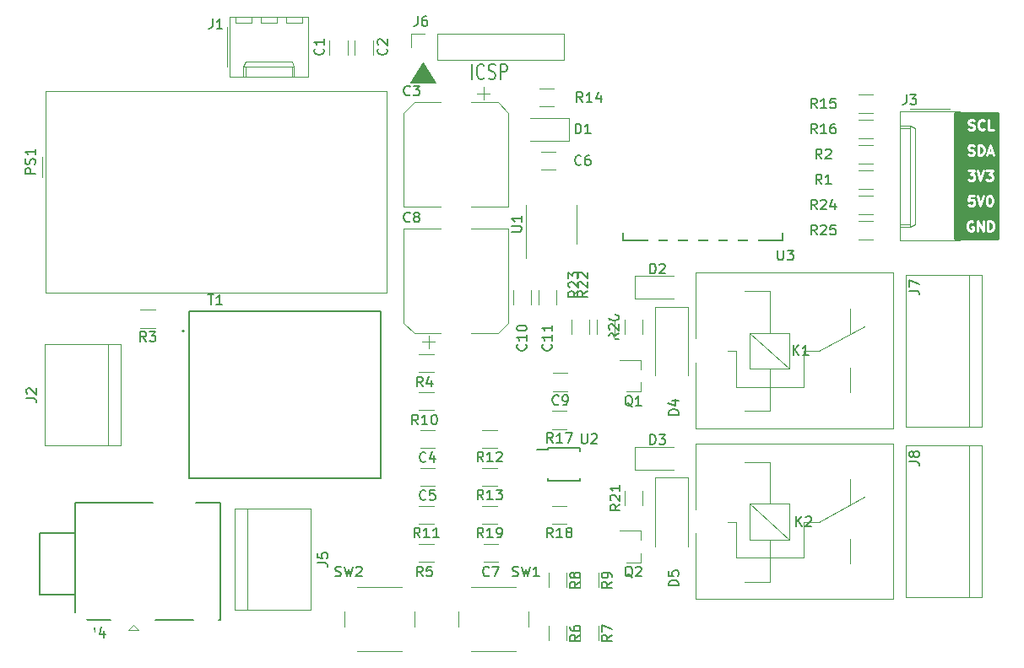
<source format=gbr>
%TF.GenerationSoftware,KiCad,Pcbnew,(5.1.10)-1*%
%TF.CreationDate,2021-10-13T22:05:38-03:00*%
%TF.ProjectId,kicad,6b696361-642e-46b6-9963-61645f706362,rev?*%
%TF.SameCoordinates,Original*%
%TF.FileFunction,Legend,Top*%
%TF.FilePolarity,Positive*%
%FSLAX46Y46*%
G04 Gerber Fmt 4.6, Leading zero omitted, Abs format (unit mm)*
G04 Created by KiCad (PCBNEW (5.1.10)-1) date 2021-10-13 22:05:38*
%MOMM*%
%LPD*%
G01*
G04 APERTURE LIST*
%ADD10C,0.200000*%
%ADD11C,0.100000*%
%ADD12C,0.120000*%
%ADD13C,0.127000*%
%ADD14C,0.150000*%
%ADD15C,0.152400*%
%ADD16C,0.254000*%
%ADD17C,0.250000*%
%ADD18C,7.000000*%
%ADD19R,0.900000X0.800000*%
%ADD20C,3.000000*%
%ADD21R,3.000000X3.000000*%
%ADD22O,2.200000X4.000000*%
%ADD23O,4.000000X2.200000*%
%ADD24R,4.000000X2.200000*%
%ADD25R,2.000000X2.000000*%
%ADD26C,2.000000*%
%ADD27O,1.740000X2.190000*%
%ADD28O,2.190000X1.740000*%
%ADD29R,1.100000X2.500000*%
%ADD30R,2.500000X1.100000*%
%ADD31R,1.100000X0.250000*%
%ADD32C,2.500000*%
%ADD33O,1.700000X1.700000*%
%ADD34R,1.700000X1.700000*%
%ADD35R,1.800000X3.500000*%
G04 APERTURE END LIST*
D10*
X146056571Y-73068571D02*
X146056571Y-71568571D01*
X147313714Y-72925714D02*
X147256571Y-72997142D01*
X147085142Y-73068571D01*
X146970857Y-73068571D01*
X146799428Y-72997142D01*
X146685142Y-72854285D01*
X146628000Y-72711428D01*
X146570857Y-72425714D01*
X146570857Y-72211428D01*
X146628000Y-71925714D01*
X146685142Y-71782857D01*
X146799428Y-71640000D01*
X146970857Y-71568571D01*
X147085142Y-71568571D01*
X147256571Y-71640000D01*
X147313714Y-71711428D01*
X147770857Y-72997142D02*
X147942285Y-73068571D01*
X148228000Y-73068571D01*
X148342285Y-72997142D01*
X148399428Y-72925714D01*
X148456571Y-72782857D01*
X148456571Y-72640000D01*
X148399428Y-72497142D01*
X148342285Y-72425714D01*
X148228000Y-72354285D01*
X147999428Y-72282857D01*
X147885142Y-72211428D01*
X147828000Y-72140000D01*
X147770857Y-71997142D01*
X147770857Y-71854285D01*
X147828000Y-71711428D01*
X147885142Y-71640000D01*
X147999428Y-71568571D01*
X148285142Y-71568571D01*
X148456571Y-71640000D01*
X148970857Y-73068571D02*
X148970857Y-71568571D01*
X149428000Y-71568571D01*
X149542285Y-71640000D01*
X149599428Y-71711428D01*
X149656571Y-71854285D01*
X149656571Y-72068571D01*
X149599428Y-72211428D01*
X149542285Y-72282857D01*
X149428000Y-72354285D01*
X148970857Y-72354285D01*
D11*
G36*
X142494000Y-73406000D02*
G01*
X139954000Y-73406000D01*
X141224000Y-71374000D01*
X142494000Y-73406000D01*
G37*
X142494000Y-73406000D02*
X139954000Y-73406000D01*
X141224000Y-71374000D01*
X142494000Y-73406000D01*
D12*
%TO.C,Q2*%
X163050000Y-121595000D02*
X163050000Y-120665000D01*
X163050000Y-118435000D02*
X163050000Y-119365000D01*
X163050000Y-118435000D02*
X160890000Y-118435000D01*
X163050000Y-121595000D02*
X161590000Y-121595000D01*
%TO.C,J5*%
X122285000Y-116205000D02*
X122285000Y-126365000D01*
X129905000Y-116205000D02*
X122285000Y-116205000D01*
X129905000Y-126365000D02*
X129905000Y-116205000D01*
X122285000Y-126365000D02*
X129905000Y-126365000D01*
X123555000Y-126365000D02*
X123555000Y-116205000D01*
%TO.C,J8*%
X197215000Y-125095000D02*
X189595000Y-125095000D01*
X197215000Y-109855000D02*
X189595000Y-109855000D01*
X195945000Y-125095000D02*
X195945000Y-109855000D01*
X189595000Y-125095000D02*
X189595000Y-109855000D01*
X197215000Y-125095000D02*
X197215000Y-109855000D01*
%TO.C,PS1*%
X103375000Y-74315000D02*
X103375000Y-94515000D01*
X103375000Y-94515000D02*
X137575000Y-94515000D01*
X137575000Y-94515000D02*
X137575000Y-74315000D01*
X137575000Y-74315000D02*
X103375000Y-74315000D01*
X102985000Y-80915000D02*
X102985000Y-82925000D01*
D13*
%TO.C,T1*%
X117765000Y-96425000D02*
X136965000Y-96425000D01*
X117765000Y-113125000D02*
X117765000Y-96425000D01*
X136965000Y-113125000D02*
X117765000Y-113125000D01*
X136965000Y-96425000D02*
X136965000Y-113125000D01*
D10*
X117265000Y-98375000D02*
G75*
G03*
X117265000Y-98375000I-100000J0D01*
G01*
D12*
%TO.C,R11*%
X142254564Y-117750000D02*
X140800436Y-117750000D01*
X142254564Y-115930000D02*
X140800436Y-115930000D01*
%TO.C,R10*%
X142254564Y-106320000D02*
X140800436Y-106320000D01*
X142254564Y-104500000D02*
X140800436Y-104500000D01*
%TO.C,R13*%
X148604564Y-113940000D02*
X147150436Y-113940000D01*
X148604564Y-112120000D02*
X147150436Y-112120000D01*
%TO.C,R12*%
X148604564Y-110130000D02*
X147150436Y-110130000D01*
X148604564Y-108310000D02*
X147150436Y-108310000D01*
%TO.C,C4*%
X142338752Y-110130000D02*
X140916248Y-110130000D01*
X142338752Y-108310000D02*
X140916248Y-108310000D01*
%TO.C,C5*%
X142338752Y-112120000D02*
X140916248Y-112120000D01*
X142338752Y-113940000D02*
X140916248Y-113940000D01*
D14*
%TO.C,J4*%
X102725000Y-124865000D02*
X106325000Y-124865000D01*
X102725000Y-118665000D02*
X102725000Y-124865000D01*
X106325000Y-118665000D02*
X102725000Y-118665000D01*
X106325000Y-127365000D02*
X106325000Y-115565000D01*
X109875000Y-127365000D02*
X106325000Y-127365000D01*
X118125000Y-127365000D02*
X114375000Y-127365000D01*
X120825000Y-127365000D02*
X120725000Y-127365000D01*
X120825000Y-115565000D02*
X120825000Y-127365000D01*
X118425000Y-115565000D02*
X120825000Y-115565000D01*
X106325000Y-115565000D02*
X114075000Y-115565000D01*
D12*
X112125000Y-127865000D02*
X111625000Y-128415000D01*
X111625000Y-128415000D02*
X112625000Y-128415000D01*
X112625000Y-128415000D02*
X112125000Y-127865000D01*
%TO.C,J2*%
X110855000Y-109855000D02*
X110855000Y-99695000D01*
X103235000Y-109855000D02*
X110855000Y-109855000D01*
X103235000Y-99695000D02*
X103235000Y-109855000D01*
X110855000Y-99695000D02*
X103235000Y-99695000D01*
X109585000Y-99695000D02*
X109585000Y-109855000D01*
%TO.C,C8*%
X148705563Y-98605000D02*
X149770000Y-97540563D01*
X141750000Y-100095000D02*
X141750000Y-98845000D01*
X149770000Y-88085000D02*
X146020000Y-88085000D01*
X139250000Y-88085000D02*
X143000000Y-88085000D01*
X141125000Y-99470000D02*
X142375000Y-99470000D01*
X139250000Y-97540563D02*
X139250000Y-88085000D01*
X149770000Y-97540563D02*
X149770000Y-88085000D01*
X148705563Y-98605000D02*
X146020000Y-98605000D01*
X140314437Y-98605000D02*
X143000000Y-98605000D01*
X140314437Y-98605000D02*
X139250000Y-97540563D01*
%TO.C,C3*%
X140314437Y-75385000D02*
X139250000Y-76449437D01*
X147270000Y-73895000D02*
X147270000Y-75145000D01*
X139250000Y-85905000D02*
X143000000Y-85905000D01*
X149770000Y-85905000D02*
X146020000Y-85905000D01*
X147895000Y-74520000D02*
X146645000Y-74520000D01*
X149770000Y-76449437D02*
X149770000Y-85905000D01*
X139250000Y-76449437D02*
X139250000Y-85905000D01*
X140314437Y-75385000D02*
X143000000Y-75385000D01*
X148705563Y-75385000D02*
X146020000Y-75385000D01*
X148705563Y-75385000D02*
X149770000Y-76449437D01*
%TO.C,C1*%
X133625000Y-70633752D02*
X133625000Y-69211248D01*
X131805000Y-70633752D02*
X131805000Y-69211248D01*
%TO.C,J1*%
X129070000Y-67420000D02*
X129070000Y-66820000D01*
X127470000Y-67420000D02*
X129070000Y-67420000D01*
X127470000Y-66820000D02*
X127470000Y-67420000D01*
X126530000Y-67420000D02*
X126530000Y-66820000D01*
X124930000Y-67420000D02*
X126530000Y-67420000D01*
X124930000Y-66820000D02*
X124930000Y-67420000D01*
X123990000Y-67420000D02*
X123990000Y-66820000D01*
X122390000Y-67420000D02*
X123990000Y-67420000D01*
X122390000Y-66820000D02*
X122390000Y-67420000D01*
X128020000Y-72840000D02*
X128020000Y-71840000D01*
X123440000Y-72840000D02*
X123440000Y-71840000D01*
X128020000Y-71310000D02*
X128270000Y-71840000D01*
X123440000Y-71310000D02*
X128020000Y-71310000D01*
X123190000Y-71840000D02*
X123440000Y-71310000D01*
X128270000Y-71840000D02*
X128270000Y-72840000D01*
X123190000Y-71840000D02*
X128270000Y-71840000D01*
X123190000Y-72840000D02*
X123190000Y-71840000D01*
X121520000Y-67850000D02*
X121520000Y-71850000D01*
X129650000Y-66820000D02*
X121810000Y-66820000D01*
X129650000Y-72840000D02*
X129650000Y-66820000D01*
X121810000Y-72840000D02*
X129650000Y-72840000D01*
X121810000Y-66820000D02*
X121810000Y-72840000D01*
%TO.C,J3*%
X194454000Y-88684000D02*
X195054000Y-88684000D01*
X194454000Y-87084000D02*
X194454000Y-88684000D01*
X195054000Y-87084000D02*
X194454000Y-87084000D01*
X194454000Y-86144000D02*
X195054000Y-86144000D01*
X194454000Y-84544000D02*
X194454000Y-86144000D01*
X195054000Y-84544000D02*
X194454000Y-84544000D01*
X194454000Y-83604000D02*
X195054000Y-83604000D01*
X194454000Y-82004000D02*
X194454000Y-83604000D01*
X195054000Y-82004000D02*
X194454000Y-82004000D01*
X194454000Y-81064000D02*
X195054000Y-81064000D01*
X194454000Y-79464000D02*
X194454000Y-81064000D01*
X195054000Y-79464000D02*
X194454000Y-79464000D01*
X194454000Y-78524000D02*
X195054000Y-78524000D01*
X194454000Y-76924000D02*
X194454000Y-78524000D01*
X195054000Y-76924000D02*
X194454000Y-76924000D01*
X189034000Y-87634000D02*
X190034000Y-87634000D01*
X189034000Y-77974000D02*
X190034000Y-77974000D01*
X190564000Y-87634000D02*
X190034000Y-87884000D01*
X190564000Y-77974000D02*
X190564000Y-87634000D01*
X190034000Y-77724000D02*
X190564000Y-77974000D01*
X190034000Y-87884000D02*
X189034000Y-87884000D01*
X190034000Y-77724000D02*
X190034000Y-87884000D01*
X189034000Y-77724000D02*
X190034000Y-77724000D01*
X194024000Y-76054000D02*
X190024000Y-76054000D01*
X195054000Y-89264000D02*
X195054000Y-76344000D01*
X189034000Y-89264000D02*
X195054000Y-89264000D01*
X189034000Y-76344000D02*
X189034000Y-89264000D01*
X195054000Y-76344000D02*
X189034000Y-76344000D01*
%TO.C,R25*%
X184865436Y-89175000D02*
X186319564Y-89175000D01*
X184865436Y-87355000D02*
X186319564Y-87355000D01*
%TO.C,R24*%
X186319564Y-84815000D02*
X184865436Y-84815000D01*
X186319564Y-86635000D02*
X184865436Y-86635000D01*
%TO.C,R23*%
X157882000Y-98709564D02*
X157882000Y-97255436D01*
X156062000Y-98709564D02*
X156062000Y-97255436D01*
%TO.C,R22*%
X160422000Y-98709564D02*
X160422000Y-97255436D01*
X158602000Y-98709564D02*
X158602000Y-97255436D01*
%TO.C,R21*%
X161380000Y-114400436D02*
X161380000Y-115854564D01*
X163200000Y-114400436D02*
X163200000Y-115854564D01*
%TO.C,R20*%
X161380000Y-97255436D02*
X161380000Y-98709564D01*
X163200000Y-97255436D02*
X163200000Y-98709564D01*
%TO.C,R19*%
X148604564Y-115930000D02*
X147150436Y-115930000D01*
X148604564Y-117750000D02*
X147150436Y-117750000D01*
%TO.C,R18*%
X155589564Y-115930000D02*
X154135436Y-115930000D01*
X155589564Y-117750000D02*
X154135436Y-117750000D01*
%TO.C,C11*%
X152760000Y-94246248D02*
X152760000Y-95668752D01*
X154580000Y-94246248D02*
X154580000Y-95668752D01*
%TO.C,C10*%
X150220000Y-94246248D02*
X150220000Y-95668752D01*
X152040000Y-94246248D02*
X152040000Y-95668752D01*
D15*
%TO.C,U3*%
X161274000Y-88519000D02*
X161274000Y-89281000D01*
X161274000Y-89281000D02*
X177276000Y-89281000D01*
X177276000Y-89281000D02*
X177276000Y-88519000D01*
D14*
%TO.C,U2*%
X153680000Y-110310000D02*
X152605000Y-110310000D01*
X153680000Y-113385000D02*
X156930000Y-113385000D01*
X153680000Y-110135000D02*
X156930000Y-110135000D01*
X153680000Y-113385000D02*
X153680000Y-113110000D01*
X156930000Y-113385000D02*
X156930000Y-113110000D01*
X156930000Y-110135000D02*
X156930000Y-110410000D01*
X153680000Y-110135000D02*
X153680000Y-110310000D01*
D12*
%TO.C,U1*%
X156595000Y-87630000D02*
X156595000Y-85680000D01*
X156595000Y-87630000D02*
X156595000Y-89580000D01*
X151475000Y-87630000D02*
X151475000Y-85680000D01*
X151475000Y-87630000D02*
X151475000Y-91080000D01*
%TO.C,SW1*%
X145995000Y-130540000D02*
X150495000Y-130540000D01*
X144745000Y-126540000D02*
X144745000Y-128040000D01*
X150495000Y-124040000D02*
X145995000Y-124040000D01*
X151745000Y-128040000D02*
X151745000Y-126540000D01*
%TO.C,R9*%
X158755000Y-122655436D02*
X158755000Y-124109564D01*
X156935000Y-122655436D02*
X156935000Y-124109564D01*
%TO.C,R6*%
X155580000Y-127985436D02*
X155580000Y-129439564D01*
X153760000Y-127985436D02*
X153760000Y-129439564D01*
%TO.C,R5*%
X140800436Y-119740000D02*
X142254564Y-119740000D01*
X140800436Y-121560000D02*
X142254564Y-121560000D01*
%TO.C,R17*%
X155589564Y-108225000D02*
X154135436Y-108225000D01*
X155589564Y-106405000D02*
X154135436Y-106405000D01*
%TO.C,R15*%
X184865436Y-74655000D02*
X186319564Y-74655000D01*
X184865436Y-76475000D02*
X186319564Y-76475000D01*
%TO.C,R16*%
X184865436Y-77195000D02*
X186319564Y-77195000D01*
X184865436Y-79015000D02*
X186319564Y-79015000D01*
%TO.C,SW2*%
X134565000Y-130540000D02*
X139065000Y-130540000D01*
X133315000Y-126540000D02*
X133315000Y-128040000D01*
X139065000Y-124040000D02*
X134565000Y-124040000D01*
X140315000Y-128040000D02*
X140315000Y-126540000D01*
%TO.C,R3*%
X114314564Y-98065000D02*
X112860436Y-98065000D01*
X114314564Y-96245000D02*
X112860436Y-96245000D01*
%TO.C,R14*%
X154319564Y-75840000D02*
X152865436Y-75840000D01*
X154319564Y-74020000D02*
X152865436Y-74020000D01*
%TO.C,R8*%
X155580000Y-122655436D02*
X155580000Y-124109564D01*
X153760000Y-122655436D02*
X153760000Y-124109564D01*
%TO.C,R2*%
X184865436Y-79735000D02*
X186319564Y-79735000D01*
X184865436Y-81555000D02*
X186319564Y-81555000D01*
%TO.C,R7*%
X158755000Y-127985436D02*
X158755000Y-129439564D01*
X156935000Y-127985436D02*
X156935000Y-129439564D01*
%TO.C,R4*%
X142254564Y-102510000D02*
X140800436Y-102510000D01*
X142254564Y-100690000D02*
X140800436Y-100690000D01*
%TO.C,C9*%
X155673752Y-104415000D02*
X154251248Y-104415000D01*
X155673752Y-102595000D02*
X154251248Y-102595000D01*
%TO.C,C6*%
X153031248Y-80370000D02*
X154453752Y-80370000D01*
X153031248Y-82190000D02*
X154453752Y-82190000D01*
%TO.C,C7*%
X148688752Y-121560000D02*
X147266248Y-121560000D01*
X148688752Y-119740000D02*
X147266248Y-119740000D01*
%TO.C,D1*%
X151930000Y-79240000D02*
X155815000Y-79240000D01*
X155815000Y-79240000D02*
X155815000Y-76970000D01*
X155815000Y-76970000D02*
X151930000Y-76970000D01*
%TO.C,C2*%
X134345000Y-70633752D02*
X134345000Y-69211248D01*
X136165000Y-70633752D02*
X136165000Y-69211248D01*
%TO.C,R1*%
X184865436Y-82275000D02*
X186319564Y-82275000D01*
X184865436Y-84095000D02*
X186319564Y-84095000D01*
%TO.C,K1*%
X168510000Y-101530000D02*
X168510000Y-108130000D01*
X168510000Y-92530000D02*
X168510000Y-99130000D01*
X168510000Y-92530000D02*
X188310000Y-92530000D01*
X188310000Y-92530000D02*
X188310000Y-108130000D01*
X188310000Y-108130000D02*
X168510000Y-108130000D01*
X184060000Y-104530000D02*
X184060000Y-102080000D01*
X184060000Y-96130000D02*
X184060000Y-98630000D01*
X173460000Y-106380000D02*
X175960000Y-106380000D01*
X172560000Y-100380000D02*
X171760000Y-100380000D01*
X175960000Y-94380000D02*
X173460000Y-94380000D01*
X179360000Y-100380000D02*
X180860000Y-100380000D01*
X180860000Y-100380000D02*
X185460000Y-97880000D01*
X179360000Y-103980000D02*
X172560000Y-103980000D01*
X179360000Y-100380000D02*
X179360000Y-103980000D01*
X172560000Y-100380000D02*
X172560000Y-103980000D01*
X175960000Y-94380000D02*
X175960000Y-98580000D01*
X175960000Y-102180000D02*
X175960000Y-106380000D01*
X177960000Y-102180000D02*
X173960000Y-98580000D01*
X173960000Y-102180000D02*
X173960000Y-98580000D01*
X173960000Y-98580000D02*
X177960000Y-98580000D01*
X177960000Y-98580000D02*
X177960000Y-102180000D01*
X177960000Y-102180000D02*
X173960000Y-102180000D01*
%TO.C,Q1*%
X163050000Y-104450000D02*
X163050000Y-103520000D01*
X163050000Y-101290000D02*
X163050000Y-102220000D01*
X163050000Y-101290000D02*
X160890000Y-101290000D01*
X163050000Y-104450000D02*
X161590000Y-104450000D01*
%TO.C,J7*%
X197215000Y-107950000D02*
X189595000Y-107950000D01*
X197215000Y-92710000D02*
X189595000Y-92710000D01*
X195945000Y-107950000D02*
X195945000Y-92710000D01*
X189595000Y-107950000D02*
X189595000Y-92710000D01*
X197215000Y-107950000D02*
X197215000Y-92710000D01*
%TO.C,J6*%
X142605000Y-71180000D02*
X142605000Y-68520000D01*
X142605000Y-71180000D02*
X155365000Y-71180000D01*
X155365000Y-71180000D02*
X155365000Y-68520000D01*
X142605000Y-68520000D02*
X155365000Y-68520000D01*
X140005000Y-68520000D02*
X141335000Y-68520000D01*
X140005000Y-69850000D02*
X140005000Y-68520000D01*
%TO.C,K2*%
X168510000Y-118675000D02*
X168510000Y-125275000D01*
X168510000Y-109675000D02*
X168510000Y-116275000D01*
X168510000Y-109675000D02*
X188310000Y-109675000D01*
X188310000Y-109675000D02*
X188310000Y-125275000D01*
X188310000Y-125275000D02*
X168510000Y-125275000D01*
X184060000Y-121675000D02*
X184060000Y-119225000D01*
X184060000Y-113275000D02*
X184060000Y-115775000D01*
X173460000Y-123525000D02*
X175960000Y-123525000D01*
X172560000Y-117525000D02*
X171760000Y-117525000D01*
X175960000Y-111525000D02*
X173460000Y-111525000D01*
X179360000Y-117525000D02*
X180860000Y-117525000D01*
X180860000Y-117525000D02*
X185460000Y-115025000D01*
X179360000Y-121125000D02*
X172560000Y-121125000D01*
X179360000Y-117525000D02*
X179360000Y-121125000D01*
X172560000Y-117525000D02*
X172560000Y-121125000D01*
X175960000Y-111525000D02*
X175960000Y-115725000D01*
X175960000Y-119325000D02*
X175960000Y-123525000D01*
X177960000Y-119325000D02*
X173960000Y-115725000D01*
X173960000Y-119325000D02*
X173960000Y-115725000D01*
X173960000Y-115725000D02*
X177960000Y-115725000D01*
X177960000Y-115725000D02*
X177960000Y-119325000D01*
X177960000Y-119325000D02*
X173960000Y-119325000D01*
%TO.C,D5*%
X167750000Y-113075000D02*
X164450000Y-113075000D01*
X164450000Y-113075000D02*
X164450000Y-119975000D01*
X167750000Y-113075000D02*
X167750000Y-119975000D01*
%TO.C,D4*%
X167750000Y-95930000D02*
X164450000Y-95930000D01*
X164450000Y-95930000D02*
X164450000Y-102830000D01*
X167750000Y-95930000D02*
X167750000Y-102830000D01*
%TO.C,D3*%
X166300000Y-109990000D02*
X162415000Y-109990000D01*
X162415000Y-109990000D02*
X162415000Y-112260000D01*
X162415000Y-112260000D02*
X166300000Y-112260000D01*
%TO.C,D2*%
X166300000Y-92845000D02*
X162415000Y-92845000D01*
X162415000Y-92845000D02*
X162415000Y-95115000D01*
X162415000Y-95115000D02*
X166300000Y-95115000D01*
%TO.C,Q2*%
D14*
X162194761Y-123102619D02*
X162099523Y-123055000D01*
X162004285Y-122959761D01*
X161861428Y-122816904D01*
X161766190Y-122769285D01*
X161670952Y-122769285D01*
X161718571Y-123007380D02*
X161623333Y-122959761D01*
X161528095Y-122864523D01*
X161480476Y-122674047D01*
X161480476Y-122340714D01*
X161528095Y-122150238D01*
X161623333Y-122055000D01*
X161718571Y-122007380D01*
X161909047Y-122007380D01*
X162004285Y-122055000D01*
X162099523Y-122150238D01*
X162147142Y-122340714D01*
X162147142Y-122674047D01*
X162099523Y-122864523D01*
X162004285Y-122959761D01*
X161909047Y-123007380D01*
X161718571Y-123007380D01*
X162528095Y-122102619D02*
X162575714Y-122055000D01*
X162670952Y-122007380D01*
X162909047Y-122007380D01*
X163004285Y-122055000D01*
X163051904Y-122102619D01*
X163099523Y-122197857D01*
X163099523Y-122293095D01*
X163051904Y-122435952D01*
X162480476Y-123007380D01*
X163099523Y-123007380D01*
%TO.C,J5*%
X130627380Y-121618333D02*
X131341666Y-121618333D01*
X131484523Y-121665952D01*
X131579761Y-121761190D01*
X131627380Y-121904047D01*
X131627380Y-121999285D01*
X130627380Y-120665952D02*
X130627380Y-121142142D01*
X131103571Y-121189761D01*
X131055952Y-121142142D01*
X131008333Y-121046904D01*
X131008333Y-120808809D01*
X131055952Y-120713571D01*
X131103571Y-120665952D01*
X131198809Y-120618333D01*
X131436904Y-120618333D01*
X131532142Y-120665952D01*
X131579761Y-120713571D01*
X131627380Y-120808809D01*
X131627380Y-121046904D01*
X131579761Y-121142142D01*
X131532142Y-121189761D01*
%TO.C,J8*%
X189952380Y-111458333D02*
X190666666Y-111458333D01*
X190809523Y-111505952D01*
X190904761Y-111601190D01*
X190952380Y-111744047D01*
X190952380Y-111839285D01*
X190380952Y-110839285D02*
X190333333Y-110934523D01*
X190285714Y-110982142D01*
X190190476Y-111029761D01*
X190142857Y-111029761D01*
X190047619Y-110982142D01*
X190000000Y-110934523D01*
X189952380Y-110839285D01*
X189952380Y-110648809D01*
X190000000Y-110553571D01*
X190047619Y-110505952D01*
X190142857Y-110458333D01*
X190190476Y-110458333D01*
X190285714Y-110505952D01*
X190333333Y-110553571D01*
X190380952Y-110648809D01*
X190380952Y-110839285D01*
X190428571Y-110934523D01*
X190476190Y-110982142D01*
X190571428Y-111029761D01*
X190761904Y-111029761D01*
X190857142Y-110982142D01*
X190904761Y-110934523D01*
X190952380Y-110839285D01*
X190952380Y-110648809D01*
X190904761Y-110553571D01*
X190857142Y-110505952D01*
X190761904Y-110458333D01*
X190571428Y-110458333D01*
X190476190Y-110505952D01*
X190428571Y-110553571D01*
X190380952Y-110648809D01*
%TO.C,PS1*%
X102287380Y-82579285D02*
X101287380Y-82579285D01*
X101287380Y-82198333D01*
X101335000Y-82103095D01*
X101382619Y-82055476D01*
X101477857Y-82007857D01*
X101620714Y-82007857D01*
X101715952Y-82055476D01*
X101763571Y-82103095D01*
X101811190Y-82198333D01*
X101811190Y-82579285D01*
X102239761Y-81626904D02*
X102287380Y-81484047D01*
X102287380Y-81245952D01*
X102239761Y-81150714D01*
X102192142Y-81103095D01*
X102096904Y-81055476D01*
X102001666Y-81055476D01*
X101906428Y-81103095D01*
X101858809Y-81150714D01*
X101811190Y-81245952D01*
X101763571Y-81436428D01*
X101715952Y-81531666D01*
X101668333Y-81579285D01*
X101573095Y-81626904D01*
X101477857Y-81626904D01*
X101382619Y-81579285D01*
X101335000Y-81531666D01*
X101287380Y-81436428D01*
X101287380Y-81198333D01*
X101335000Y-81055476D01*
X102287380Y-80103095D02*
X102287380Y-80674523D01*
X102287380Y-80388809D02*
X101287380Y-80388809D01*
X101430238Y-80484047D01*
X101525476Y-80579285D01*
X101573095Y-80674523D01*
%TO.C,T1*%
X119618095Y-94702380D02*
X120189523Y-94702380D01*
X119903809Y-95702380D02*
X119903809Y-94702380D01*
X121046666Y-95702380D02*
X120475238Y-95702380D01*
X120760952Y-95702380D02*
X120760952Y-94702380D01*
X120665714Y-94845238D01*
X120570476Y-94940476D01*
X120475238Y-94988095D01*
%TO.C,R11*%
X140884642Y-119112380D02*
X140551309Y-118636190D01*
X140313214Y-119112380D02*
X140313214Y-118112380D01*
X140694166Y-118112380D01*
X140789404Y-118160000D01*
X140837023Y-118207619D01*
X140884642Y-118302857D01*
X140884642Y-118445714D01*
X140837023Y-118540952D01*
X140789404Y-118588571D01*
X140694166Y-118636190D01*
X140313214Y-118636190D01*
X141837023Y-119112380D02*
X141265595Y-119112380D01*
X141551309Y-119112380D02*
X141551309Y-118112380D01*
X141456071Y-118255238D01*
X141360833Y-118350476D01*
X141265595Y-118398095D01*
X142789404Y-119112380D02*
X142217976Y-119112380D01*
X142503690Y-119112380D02*
X142503690Y-118112380D01*
X142408452Y-118255238D01*
X142313214Y-118350476D01*
X142217976Y-118398095D01*
%TO.C,R10*%
X140692142Y-107767380D02*
X140358809Y-107291190D01*
X140120714Y-107767380D02*
X140120714Y-106767380D01*
X140501666Y-106767380D01*
X140596904Y-106815000D01*
X140644523Y-106862619D01*
X140692142Y-106957857D01*
X140692142Y-107100714D01*
X140644523Y-107195952D01*
X140596904Y-107243571D01*
X140501666Y-107291190D01*
X140120714Y-107291190D01*
X141644523Y-107767380D02*
X141073095Y-107767380D01*
X141358809Y-107767380D02*
X141358809Y-106767380D01*
X141263571Y-106910238D01*
X141168333Y-107005476D01*
X141073095Y-107053095D01*
X142263571Y-106767380D02*
X142358809Y-106767380D01*
X142454047Y-106815000D01*
X142501666Y-106862619D01*
X142549285Y-106957857D01*
X142596904Y-107148333D01*
X142596904Y-107386428D01*
X142549285Y-107576904D01*
X142501666Y-107672142D01*
X142454047Y-107719761D01*
X142358809Y-107767380D01*
X142263571Y-107767380D01*
X142168333Y-107719761D01*
X142120714Y-107672142D01*
X142073095Y-107576904D01*
X142025476Y-107386428D01*
X142025476Y-107148333D01*
X142073095Y-106957857D01*
X142120714Y-106862619D01*
X142168333Y-106815000D01*
X142263571Y-106767380D01*
%TO.C,R13*%
X147234642Y-115302380D02*
X146901309Y-114826190D01*
X146663214Y-115302380D02*
X146663214Y-114302380D01*
X147044166Y-114302380D01*
X147139404Y-114350000D01*
X147187023Y-114397619D01*
X147234642Y-114492857D01*
X147234642Y-114635714D01*
X147187023Y-114730952D01*
X147139404Y-114778571D01*
X147044166Y-114826190D01*
X146663214Y-114826190D01*
X148187023Y-115302380D02*
X147615595Y-115302380D01*
X147901309Y-115302380D02*
X147901309Y-114302380D01*
X147806071Y-114445238D01*
X147710833Y-114540476D01*
X147615595Y-114588095D01*
X148520357Y-114302380D02*
X149139404Y-114302380D01*
X148806071Y-114683333D01*
X148948928Y-114683333D01*
X149044166Y-114730952D01*
X149091785Y-114778571D01*
X149139404Y-114873809D01*
X149139404Y-115111904D01*
X149091785Y-115207142D01*
X149044166Y-115254761D01*
X148948928Y-115302380D01*
X148663214Y-115302380D01*
X148567976Y-115254761D01*
X148520357Y-115207142D01*
%TO.C,R12*%
X147234642Y-111492380D02*
X146901309Y-111016190D01*
X146663214Y-111492380D02*
X146663214Y-110492380D01*
X147044166Y-110492380D01*
X147139404Y-110540000D01*
X147187023Y-110587619D01*
X147234642Y-110682857D01*
X147234642Y-110825714D01*
X147187023Y-110920952D01*
X147139404Y-110968571D01*
X147044166Y-111016190D01*
X146663214Y-111016190D01*
X148187023Y-111492380D02*
X147615595Y-111492380D01*
X147901309Y-111492380D02*
X147901309Y-110492380D01*
X147806071Y-110635238D01*
X147710833Y-110730476D01*
X147615595Y-110778095D01*
X148567976Y-110587619D02*
X148615595Y-110540000D01*
X148710833Y-110492380D01*
X148948928Y-110492380D01*
X149044166Y-110540000D01*
X149091785Y-110587619D01*
X149139404Y-110682857D01*
X149139404Y-110778095D01*
X149091785Y-110920952D01*
X148520357Y-111492380D01*
X149139404Y-111492380D01*
%TO.C,C4*%
X141460833Y-111427142D02*
X141413214Y-111474761D01*
X141270357Y-111522380D01*
X141175119Y-111522380D01*
X141032261Y-111474761D01*
X140937023Y-111379523D01*
X140889404Y-111284285D01*
X140841785Y-111093809D01*
X140841785Y-110950952D01*
X140889404Y-110760476D01*
X140937023Y-110665238D01*
X141032261Y-110570000D01*
X141175119Y-110522380D01*
X141270357Y-110522380D01*
X141413214Y-110570000D01*
X141460833Y-110617619D01*
X142317976Y-110855714D02*
X142317976Y-111522380D01*
X142079880Y-110474761D02*
X141841785Y-111189047D01*
X142460833Y-111189047D01*
%TO.C,C5*%
X141460833Y-115237142D02*
X141413214Y-115284761D01*
X141270357Y-115332380D01*
X141175119Y-115332380D01*
X141032261Y-115284761D01*
X140937023Y-115189523D01*
X140889404Y-115094285D01*
X140841785Y-114903809D01*
X140841785Y-114760952D01*
X140889404Y-114570476D01*
X140937023Y-114475238D01*
X141032261Y-114380000D01*
X141175119Y-114332380D01*
X141270357Y-114332380D01*
X141413214Y-114380000D01*
X141460833Y-114427619D01*
X142365595Y-114332380D02*
X141889404Y-114332380D01*
X141841785Y-114808571D01*
X141889404Y-114760952D01*
X141984642Y-114713333D01*
X142222738Y-114713333D01*
X142317976Y-114760952D01*
X142365595Y-114808571D01*
X142413214Y-114903809D01*
X142413214Y-115141904D01*
X142365595Y-115237142D01*
X142317976Y-115284761D01*
X142222738Y-115332380D01*
X141984642Y-115332380D01*
X141889404Y-115284761D01*
X141841785Y-115237142D01*
%TO.C,J4*%
X108291666Y-128117380D02*
X108291666Y-128831666D01*
X108244047Y-128974523D01*
X108148809Y-129069761D01*
X108005952Y-129117380D01*
X107910714Y-129117380D01*
X109196428Y-128450714D02*
X109196428Y-129117380D01*
X108958333Y-128069761D02*
X108720238Y-128784047D01*
X109339285Y-128784047D01*
%TO.C,J2*%
X101417380Y-105108333D02*
X102131666Y-105108333D01*
X102274523Y-105155952D01*
X102369761Y-105251190D01*
X102417380Y-105394047D01*
X102417380Y-105489285D01*
X101512619Y-104679761D02*
X101465000Y-104632142D01*
X101417380Y-104536904D01*
X101417380Y-104298809D01*
X101465000Y-104203571D01*
X101512619Y-104155952D01*
X101607857Y-104108333D01*
X101703095Y-104108333D01*
X101845952Y-104155952D01*
X102417380Y-104727380D01*
X102417380Y-104108333D01*
%TO.C,C8*%
X139898333Y-87352142D02*
X139850714Y-87399761D01*
X139707857Y-87447380D01*
X139612619Y-87447380D01*
X139469761Y-87399761D01*
X139374523Y-87304523D01*
X139326904Y-87209285D01*
X139279285Y-87018809D01*
X139279285Y-86875952D01*
X139326904Y-86685476D01*
X139374523Y-86590238D01*
X139469761Y-86495000D01*
X139612619Y-86447380D01*
X139707857Y-86447380D01*
X139850714Y-86495000D01*
X139898333Y-86542619D01*
X140469761Y-86875952D02*
X140374523Y-86828333D01*
X140326904Y-86780714D01*
X140279285Y-86685476D01*
X140279285Y-86637857D01*
X140326904Y-86542619D01*
X140374523Y-86495000D01*
X140469761Y-86447380D01*
X140660238Y-86447380D01*
X140755476Y-86495000D01*
X140803095Y-86542619D01*
X140850714Y-86637857D01*
X140850714Y-86685476D01*
X140803095Y-86780714D01*
X140755476Y-86828333D01*
X140660238Y-86875952D01*
X140469761Y-86875952D01*
X140374523Y-86923571D01*
X140326904Y-86971190D01*
X140279285Y-87066428D01*
X140279285Y-87256904D01*
X140326904Y-87352142D01*
X140374523Y-87399761D01*
X140469761Y-87447380D01*
X140660238Y-87447380D01*
X140755476Y-87399761D01*
X140803095Y-87352142D01*
X140850714Y-87256904D01*
X140850714Y-87066428D01*
X140803095Y-86971190D01*
X140755476Y-86923571D01*
X140660238Y-86875952D01*
%TO.C,C3*%
X139898333Y-74652142D02*
X139850714Y-74699761D01*
X139707857Y-74747380D01*
X139612619Y-74747380D01*
X139469761Y-74699761D01*
X139374523Y-74604523D01*
X139326904Y-74509285D01*
X139279285Y-74318809D01*
X139279285Y-74175952D01*
X139326904Y-73985476D01*
X139374523Y-73890238D01*
X139469761Y-73795000D01*
X139612619Y-73747380D01*
X139707857Y-73747380D01*
X139850714Y-73795000D01*
X139898333Y-73842619D01*
X140231666Y-73747380D02*
X140850714Y-73747380D01*
X140517380Y-74128333D01*
X140660238Y-74128333D01*
X140755476Y-74175952D01*
X140803095Y-74223571D01*
X140850714Y-74318809D01*
X140850714Y-74556904D01*
X140803095Y-74652142D01*
X140755476Y-74699761D01*
X140660238Y-74747380D01*
X140374523Y-74747380D01*
X140279285Y-74699761D01*
X140231666Y-74652142D01*
%TO.C,C1*%
X131167142Y-70016666D02*
X131214761Y-70064285D01*
X131262380Y-70207142D01*
X131262380Y-70302380D01*
X131214761Y-70445238D01*
X131119523Y-70540476D01*
X131024285Y-70588095D01*
X130833809Y-70635714D01*
X130690952Y-70635714D01*
X130500476Y-70588095D01*
X130405238Y-70540476D01*
X130310000Y-70445238D01*
X130262380Y-70302380D01*
X130262380Y-70207142D01*
X130310000Y-70064285D01*
X130357619Y-70016666D01*
X131262380Y-69064285D02*
X131262380Y-69635714D01*
X131262380Y-69350000D02*
X130262380Y-69350000D01*
X130405238Y-69445238D01*
X130500476Y-69540476D01*
X130548095Y-69635714D01*
%TO.C,J1*%
X120062666Y-67016380D02*
X120062666Y-67730666D01*
X120015047Y-67873523D01*
X119919809Y-67968761D01*
X119776952Y-68016380D01*
X119681714Y-68016380D01*
X121062666Y-68016380D02*
X120491238Y-68016380D01*
X120776952Y-68016380D02*
X120776952Y-67016380D01*
X120681714Y-67159238D01*
X120586476Y-67254476D01*
X120491238Y-67302095D01*
%TO.C,J3*%
X189658666Y-74636380D02*
X189658666Y-75350666D01*
X189611047Y-75493523D01*
X189515809Y-75588761D01*
X189372952Y-75636380D01*
X189277714Y-75636380D01*
X190039619Y-74636380D02*
X190658666Y-74636380D01*
X190325333Y-75017333D01*
X190468190Y-75017333D01*
X190563428Y-75064952D01*
X190611047Y-75112571D01*
X190658666Y-75207809D01*
X190658666Y-75445904D01*
X190611047Y-75541142D01*
X190563428Y-75588761D01*
X190468190Y-75636380D01*
X190182476Y-75636380D01*
X190087238Y-75588761D01*
X190039619Y-75541142D01*
%TO.C,R25*%
X180697142Y-88717380D02*
X180363809Y-88241190D01*
X180125714Y-88717380D02*
X180125714Y-87717380D01*
X180506666Y-87717380D01*
X180601904Y-87765000D01*
X180649523Y-87812619D01*
X180697142Y-87907857D01*
X180697142Y-88050714D01*
X180649523Y-88145952D01*
X180601904Y-88193571D01*
X180506666Y-88241190D01*
X180125714Y-88241190D01*
X181078095Y-87812619D02*
X181125714Y-87765000D01*
X181220952Y-87717380D01*
X181459047Y-87717380D01*
X181554285Y-87765000D01*
X181601904Y-87812619D01*
X181649523Y-87907857D01*
X181649523Y-88003095D01*
X181601904Y-88145952D01*
X181030476Y-88717380D01*
X181649523Y-88717380D01*
X182554285Y-87717380D02*
X182078095Y-87717380D01*
X182030476Y-88193571D01*
X182078095Y-88145952D01*
X182173333Y-88098333D01*
X182411428Y-88098333D01*
X182506666Y-88145952D01*
X182554285Y-88193571D01*
X182601904Y-88288809D01*
X182601904Y-88526904D01*
X182554285Y-88622142D01*
X182506666Y-88669761D01*
X182411428Y-88717380D01*
X182173333Y-88717380D01*
X182078095Y-88669761D01*
X182030476Y-88622142D01*
%TO.C,R24*%
X180697142Y-86177380D02*
X180363809Y-85701190D01*
X180125714Y-86177380D02*
X180125714Y-85177380D01*
X180506666Y-85177380D01*
X180601904Y-85225000D01*
X180649523Y-85272619D01*
X180697142Y-85367857D01*
X180697142Y-85510714D01*
X180649523Y-85605952D01*
X180601904Y-85653571D01*
X180506666Y-85701190D01*
X180125714Y-85701190D01*
X181078095Y-85272619D02*
X181125714Y-85225000D01*
X181220952Y-85177380D01*
X181459047Y-85177380D01*
X181554285Y-85225000D01*
X181601904Y-85272619D01*
X181649523Y-85367857D01*
X181649523Y-85463095D01*
X181601904Y-85605952D01*
X181030476Y-86177380D01*
X181649523Y-86177380D01*
X182506666Y-85510714D02*
X182506666Y-86177380D01*
X182268571Y-85129761D02*
X182030476Y-85844047D01*
X182649523Y-85844047D01*
%TO.C,R23*%
X156789380Y-94372857D02*
X156313190Y-94706190D01*
X156789380Y-94944285D02*
X155789380Y-94944285D01*
X155789380Y-94563333D01*
X155837000Y-94468095D01*
X155884619Y-94420476D01*
X155979857Y-94372857D01*
X156122714Y-94372857D01*
X156217952Y-94420476D01*
X156265571Y-94468095D01*
X156313190Y-94563333D01*
X156313190Y-94944285D01*
X155884619Y-93991904D02*
X155837000Y-93944285D01*
X155789380Y-93849047D01*
X155789380Y-93610952D01*
X155837000Y-93515714D01*
X155884619Y-93468095D01*
X155979857Y-93420476D01*
X156075095Y-93420476D01*
X156217952Y-93468095D01*
X156789380Y-94039523D01*
X156789380Y-93420476D01*
X155789380Y-93087142D02*
X155789380Y-92468095D01*
X156170333Y-92801428D01*
X156170333Y-92658571D01*
X156217952Y-92563333D01*
X156265571Y-92515714D01*
X156360809Y-92468095D01*
X156598904Y-92468095D01*
X156694142Y-92515714D01*
X156741761Y-92563333D01*
X156789380Y-92658571D01*
X156789380Y-92944285D01*
X156741761Y-93039523D01*
X156694142Y-93087142D01*
%TO.C,R22*%
X157694380Y-94372857D02*
X157218190Y-94706190D01*
X157694380Y-94944285D02*
X156694380Y-94944285D01*
X156694380Y-94563333D01*
X156742000Y-94468095D01*
X156789619Y-94420476D01*
X156884857Y-94372857D01*
X157027714Y-94372857D01*
X157122952Y-94420476D01*
X157170571Y-94468095D01*
X157218190Y-94563333D01*
X157218190Y-94944285D01*
X156789619Y-93991904D02*
X156742000Y-93944285D01*
X156694380Y-93849047D01*
X156694380Y-93610952D01*
X156742000Y-93515714D01*
X156789619Y-93468095D01*
X156884857Y-93420476D01*
X156980095Y-93420476D01*
X157122952Y-93468095D01*
X157694380Y-94039523D01*
X157694380Y-93420476D01*
X156789619Y-93039523D02*
X156742000Y-92991904D01*
X156694380Y-92896666D01*
X156694380Y-92658571D01*
X156742000Y-92563333D01*
X156789619Y-92515714D01*
X156884857Y-92468095D01*
X156980095Y-92468095D01*
X157122952Y-92515714D01*
X157694380Y-93087142D01*
X157694380Y-92468095D01*
%TO.C,R21*%
X160952380Y-115770357D02*
X160476190Y-116103690D01*
X160952380Y-116341785D02*
X159952380Y-116341785D01*
X159952380Y-115960833D01*
X160000000Y-115865595D01*
X160047619Y-115817976D01*
X160142857Y-115770357D01*
X160285714Y-115770357D01*
X160380952Y-115817976D01*
X160428571Y-115865595D01*
X160476190Y-115960833D01*
X160476190Y-116341785D01*
X160047619Y-115389404D02*
X160000000Y-115341785D01*
X159952380Y-115246547D01*
X159952380Y-115008452D01*
X160000000Y-114913214D01*
X160047619Y-114865595D01*
X160142857Y-114817976D01*
X160238095Y-114817976D01*
X160380952Y-114865595D01*
X160952380Y-115437023D01*
X160952380Y-114817976D01*
X160952380Y-113865595D02*
X160952380Y-114437023D01*
X160952380Y-114151309D02*
X159952380Y-114151309D01*
X160095238Y-114246547D01*
X160190476Y-114341785D01*
X160238095Y-114437023D01*
%TO.C,R20*%
X160837380Y-98625357D02*
X160361190Y-98958690D01*
X160837380Y-99196785D02*
X159837380Y-99196785D01*
X159837380Y-98815833D01*
X159885000Y-98720595D01*
X159932619Y-98672976D01*
X160027857Y-98625357D01*
X160170714Y-98625357D01*
X160265952Y-98672976D01*
X160313571Y-98720595D01*
X160361190Y-98815833D01*
X160361190Y-99196785D01*
X159932619Y-98244404D02*
X159885000Y-98196785D01*
X159837380Y-98101547D01*
X159837380Y-97863452D01*
X159885000Y-97768214D01*
X159932619Y-97720595D01*
X160027857Y-97672976D01*
X160123095Y-97672976D01*
X160265952Y-97720595D01*
X160837380Y-98292023D01*
X160837380Y-97672976D01*
X159837380Y-97053928D02*
X159837380Y-96958690D01*
X159885000Y-96863452D01*
X159932619Y-96815833D01*
X160027857Y-96768214D01*
X160218333Y-96720595D01*
X160456428Y-96720595D01*
X160646904Y-96768214D01*
X160742142Y-96815833D01*
X160789761Y-96863452D01*
X160837380Y-96958690D01*
X160837380Y-97053928D01*
X160789761Y-97149166D01*
X160742142Y-97196785D01*
X160646904Y-97244404D01*
X160456428Y-97292023D01*
X160218333Y-97292023D01*
X160027857Y-97244404D01*
X159932619Y-97196785D01*
X159885000Y-97149166D01*
X159837380Y-97053928D01*
%TO.C,R19*%
X147234642Y-119112380D02*
X146901309Y-118636190D01*
X146663214Y-119112380D02*
X146663214Y-118112380D01*
X147044166Y-118112380D01*
X147139404Y-118160000D01*
X147187023Y-118207619D01*
X147234642Y-118302857D01*
X147234642Y-118445714D01*
X147187023Y-118540952D01*
X147139404Y-118588571D01*
X147044166Y-118636190D01*
X146663214Y-118636190D01*
X148187023Y-119112380D02*
X147615595Y-119112380D01*
X147901309Y-119112380D02*
X147901309Y-118112380D01*
X147806071Y-118255238D01*
X147710833Y-118350476D01*
X147615595Y-118398095D01*
X148663214Y-119112380D02*
X148853690Y-119112380D01*
X148948928Y-119064761D01*
X148996547Y-119017142D01*
X149091785Y-118874285D01*
X149139404Y-118683809D01*
X149139404Y-118302857D01*
X149091785Y-118207619D01*
X149044166Y-118160000D01*
X148948928Y-118112380D01*
X148758452Y-118112380D01*
X148663214Y-118160000D01*
X148615595Y-118207619D01*
X148567976Y-118302857D01*
X148567976Y-118540952D01*
X148615595Y-118636190D01*
X148663214Y-118683809D01*
X148758452Y-118731428D01*
X148948928Y-118731428D01*
X149044166Y-118683809D01*
X149091785Y-118636190D01*
X149139404Y-118540952D01*
%TO.C,R18*%
X154219642Y-119112380D02*
X153886309Y-118636190D01*
X153648214Y-119112380D02*
X153648214Y-118112380D01*
X154029166Y-118112380D01*
X154124404Y-118160000D01*
X154172023Y-118207619D01*
X154219642Y-118302857D01*
X154219642Y-118445714D01*
X154172023Y-118540952D01*
X154124404Y-118588571D01*
X154029166Y-118636190D01*
X153648214Y-118636190D01*
X155172023Y-119112380D02*
X154600595Y-119112380D01*
X154886309Y-119112380D02*
X154886309Y-118112380D01*
X154791071Y-118255238D01*
X154695833Y-118350476D01*
X154600595Y-118398095D01*
X155743452Y-118540952D02*
X155648214Y-118493333D01*
X155600595Y-118445714D01*
X155552976Y-118350476D01*
X155552976Y-118302857D01*
X155600595Y-118207619D01*
X155648214Y-118160000D01*
X155743452Y-118112380D01*
X155933928Y-118112380D01*
X156029166Y-118160000D01*
X156076785Y-118207619D01*
X156124404Y-118302857D01*
X156124404Y-118350476D01*
X156076785Y-118445714D01*
X156029166Y-118493333D01*
X155933928Y-118540952D01*
X155743452Y-118540952D01*
X155648214Y-118588571D01*
X155600595Y-118636190D01*
X155552976Y-118731428D01*
X155552976Y-118921904D01*
X155600595Y-119017142D01*
X155648214Y-119064761D01*
X155743452Y-119112380D01*
X155933928Y-119112380D01*
X156029166Y-119064761D01*
X156076785Y-119017142D01*
X156124404Y-118921904D01*
X156124404Y-118731428D01*
X156076785Y-118636190D01*
X156029166Y-118588571D01*
X155933928Y-118540952D01*
%TO.C,C11*%
X154027142Y-99702857D02*
X154074761Y-99750476D01*
X154122380Y-99893333D01*
X154122380Y-99988571D01*
X154074761Y-100131428D01*
X153979523Y-100226666D01*
X153884285Y-100274285D01*
X153693809Y-100321904D01*
X153550952Y-100321904D01*
X153360476Y-100274285D01*
X153265238Y-100226666D01*
X153170000Y-100131428D01*
X153122380Y-99988571D01*
X153122380Y-99893333D01*
X153170000Y-99750476D01*
X153217619Y-99702857D01*
X154122380Y-98750476D02*
X154122380Y-99321904D01*
X154122380Y-99036190D02*
X153122380Y-99036190D01*
X153265238Y-99131428D01*
X153360476Y-99226666D01*
X153408095Y-99321904D01*
X154122380Y-97798095D02*
X154122380Y-98369523D01*
X154122380Y-98083809D02*
X153122380Y-98083809D01*
X153265238Y-98179047D01*
X153360476Y-98274285D01*
X153408095Y-98369523D01*
%TO.C,C10*%
X151487142Y-99702857D02*
X151534761Y-99750476D01*
X151582380Y-99893333D01*
X151582380Y-99988571D01*
X151534761Y-100131428D01*
X151439523Y-100226666D01*
X151344285Y-100274285D01*
X151153809Y-100321904D01*
X151010952Y-100321904D01*
X150820476Y-100274285D01*
X150725238Y-100226666D01*
X150630000Y-100131428D01*
X150582380Y-99988571D01*
X150582380Y-99893333D01*
X150630000Y-99750476D01*
X150677619Y-99702857D01*
X151582380Y-98750476D02*
X151582380Y-99321904D01*
X151582380Y-99036190D02*
X150582380Y-99036190D01*
X150725238Y-99131428D01*
X150820476Y-99226666D01*
X150868095Y-99321904D01*
X150582380Y-98131428D02*
X150582380Y-98036190D01*
X150630000Y-97940952D01*
X150677619Y-97893333D01*
X150772857Y-97845714D01*
X150963333Y-97798095D01*
X151201428Y-97798095D01*
X151391904Y-97845714D01*
X151487142Y-97893333D01*
X151534761Y-97940952D01*
X151582380Y-98036190D01*
X151582380Y-98131428D01*
X151534761Y-98226666D01*
X151487142Y-98274285D01*
X151391904Y-98321904D01*
X151201428Y-98369523D01*
X150963333Y-98369523D01*
X150772857Y-98321904D01*
X150677619Y-98274285D01*
X150630000Y-98226666D01*
X150582380Y-98131428D01*
%TO.C,U3*%
X176768095Y-90257380D02*
X176768095Y-91066904D01*
X176815714Y-91162142D01*
X176863333Y-91209761D01*
X176958571Y-91257380D01*
X177149047Y-91257380D01*
X177244285Y-91209761D01*
X177291904Y-91162142D01*
X177339523Y-91066904D01*
X177339523Y-90257380D01*
X177720476Y-90257380D02*
X178339523Y-90257380D01*
X178006190Y-90638333D01*
X178149047Y-90638333D01*
X178244285Y-90685952D01*
X178291904Y-90733571D01*
X178339523Y-90828809D01*
X178339523Y-91066904D01*
X178291904Y-91162142D01*
X178244285Y-91209761D01*
X178149047Y-91257380D01*
X177863333Y-91257380D01*
X177768095Y-91209761D01*
X177720476Y-91162142D01*
%TO.C,U2*%
X157083095Y-108672380D02*
X157083095Y-109481904D01*
X157130714Y-109577142D01*
X157178333Y-109624761D01*
X157273571Y-109672380D01*
X157464047Y-109672380D01*
X157559285Y-109624761D01*
X157606904Y-109577142D01*
X157654523Y-109481904D01*
X157654523Y-108672380D01*
X158083095Y-108767619D02*
X158130714Y-108720000D01*
X158225952Y-108672380D01*
X158464047Y-108672380D01*
X158559285Y-108720000D01*
X158606904Y-108767619D01*
X158654523Y-108862857D01*
X158654523Y-108958095D01*
X158606904Y-109100952D01*
X158035476Y-109672380D01*
X158654523Y-109672380D01*
%TO.C,U1*%
X150087380Y-88391904D02*
X150896904Y-88391904D01*
X150992142Y-88344285D01*
X151039761Y-88296666D01*
X151087380Y-88201428D01*
X151087380Y-88010952D01*
X151039761Y-87915714D01*
X150992142Y-87868095D01*
X150896904Y-87820476D01*
X150087380Y-87820476D01*
X151087380Y-86820476D02*
X151087380Y-87391904D01*
X151087380Y-87106190D02*
X150087380Y-87106190D01*
X150230238Y-87201428D01*
X150325476Y-87296666D01*
X150373095Y-87391904D01*
%TO.C,SW1*%
X150161666Y-122959761D02*
X150304523Y-123007380D01*
X150542619Y-123007380D01*
X150637857Y-122959761D01*
X150685476Y-122912142D01*
X150733095Y-122816904D01*
X150733095Y-122721666D01*
X150685476Y-122626428D01*
X150637857Y-122578809D01*
X150542619Y-122531190D01*
X150352142Y-122483571D01*
X150256904Y-122435952D01*
X150209285Y-122388333D01*
X150161666Y-122293095D01*
X150161666Y-122197857D01*
X150209285Y-122102619D01*
X150256904Y-122055000D01*
X150352142Y-122007380D01*
X150590238Y-122007380D01*
X150733095Y-122055000D01*
X151066428Y-122007380D02*
X151304523Y-123007380D01*
X151495000Y-122293095D01*
X151685476Y-123007380D01*
X151923571Y-122007380D01*
X152828333Y-123007380D02*
X152256904Y-123007380D01*
X152542619Y-123007380D02*
X152542619Y-122007380D01*
X152447380Y-122150238D01*
X152352142Y-122245476D01*
X152256904Y-122293095D01*
%TO.C,R9*%
X160117380Y-123549166D02*
X159641190Y-123882500D01*
X160117380Y-124120595D02*
X159117380Y-124120595D01*
X159117380Y-123739642D01*
X159165000Y-123644404D01*
X159212619Y-123596785D01*
X159307857Y-123549166D01*
X159450714Y-123549166D01*
X159545952Y-123596785D01*
X159593571Y-123644404D01*
X159641190Y-123739642D01*
X159641190Y-124120595D01*
X160117380Y-123072976D02*
X160117380Y-122882500D01*
X160069761Y-122787261D01*
X160022142Y-122739642D01*
X159879285Y-122644404D01*
X159688809Y-122596785D01*
X159307857Y-122596785D01*
X159212619Y-122644404D01*
X159165000Y-122692023D01*
X159117380Y-122787261D01*
X159117380Y-122977738D01*
X159165000Y-123072976D01*
X159212619Y-123120595D01*
X159307857Y-123168214D01*
X159545952Y-123168214D01*
X159641190Y-123120595D01*
X159688809Y-123072976D01*
X159736428Y-122977738D01*
X159736428Y-122787261D01*
X159688809Y-122692023D01*
X159641190Y-122644404D01*
X159545952Y-122596785D01*
%TO.C,R6*%
X156942380Y-128879166D02*
X156466190Y-129212500D01*
X156942380Y-129450595D02*
X155942380Y-129450595D01*
X155942380Y-129069642D01*
X155990000Y-128974404D01*
X156037619Y-128926785D01*
X156132857Y-128879166D01*
X156275714Y-128879166D01*
X156370952Y-128926785D01*
X156418571Y-128974404D01*
X156466190Y-129069642D01*
X156466190Y-129450595D01*
X155942380Y-128022023D02*
X155942380Y-128212500D01*
X155990000Y-128307738D01*
X156037619Y-128355357D01*
X156180476Y-128450595D01*
X156370952Y-128498214D01*
X156751904Y-128498214D01*
X156847142Y-128450595D01*
X156894761Y-128402976D01*
X156942380Y-128307738D01*
X156942380Y-128117261D01*
X156894761Y-128022023D01*
X156847142Y-127974404D01*
X156751904Y-127926785D01*
X156513809Y-127926785D01*
X156418571Y-127974404D01*
X156370952Y-128022023D01*
X156323333Y-128117261D01*
X156323333Y-128307738D01*
X156370952Y-128402976D01*
X156418571Y-128450595D01*
X156513809Y-128498214D01*
%TO.C,R5*%
X141168333Y-123007380D02*
X140835000Y-122531190D01*
X140596904Y-123007380D02*
X140596904Y-122007380D01*
X140977857Y-122007380D01*
X141073095Y-122055000D01*
X141120714Y-122102619D01*
X141168333Y-122197857D01*
X141168333Y-122340714D01*
X141120714Y-122435952D01*
X141073095Y-122483571D01*
X140977857Y-122531190D01*
X140596904Y-122531190D01*
X142073095Y-122007380D02*
X141596904Y-122007380D01*
X141549285Y-122483571D01*
X141596904Y-122435952D01*
X141692142Y-122388333D01*
X141930238Y-122388333D01*
X142025476Y-122435952D01*
X142073095Y-122483571D01*
X142120714Y-122578809D01*
X142120714Y-122816904D01*
X142073095Y-122912142D01*
X142025476Y-122959761D01*
X141930238Y-123007380D01*
X141692142Y-123007380D01*
X141596904Y-122959761D01*
X141549285Y-122912142D01*
%TO.C,R17*%
X154219642Y-109587380D02*
X153886309Y-109111190D01*
X153648214Y-109587380D02*
X153648214Y-108587380D01*
X154029166Y-108587380D01*
X154124404Y-108635000D01*
X154172023Y-108682619D01*
X154219642Y-108777857D01*
X154219642Y-108920714D01*
X154172023Y-109015952D01*
X154124404Y-109063571D01*
X154029166Y-109111190D01*
X153648214Y-109111190D01*
X155172023Y-109587380D02*
X154600595Y-109587380D01*
X154886309Y-109587380D02*
X154886309Y-108587380D01*
X154791071Y-108730238D01*
X154695833Y-108825476D01*
X154600595Y-108873095D01*
X155505357Y-108587380D02*
X156172023Y-108587380D01*
X155743452Y-109587380D01*
%TO.C,R15*%
X180697142Y-76017380D02*
X180363809Y-75541190D01*
X180125714Y-76017380D02*
X180125714Y-75017380D01*
X180506666Y-75017380D01*
X180601904Y-75065000D01*
X180649523Y-75112619D01*
X180697142Y-75207857D01*
X180697142Y-75350714D01*
X180649523Y-75445952D01*
X180601904Y-75493571D01*
X180506666Y-75541190D01*
X180125714Y-75541190D01*
X181649523Y-76017380D02*
X181078095Y-76017380D01*
X181363809Y-76017380D02*
X181363809Y-75017380D01*
X181268571Y-75160238D01*
X181173333Y-75255476D01*
X181078095Y-75303095D01*
X182554285Y-75017380D02*
X182078095Y-75017380D01*
X182030476Y-75493571D01*
X182078095Y-75445952D01*
X182173333Y-75398333D01*
X182411428Y-75398333D01*
X182506666Y-75445952D01*
X182554285Y-75493571D01*
X182601904Y-75588809D01*
X182601904Y-75826904D01*
X182554285Y-75922142D01*
X182506666Y-75969761D01*
X182411428Y-76017380D01*
X182173333Y-76017380D01*
X182078095Y-75969761D01*
X182030476Y-75922142D01*
%TO.C,R16*%
X180697142Y-78557380D02*
X180363809Y-78081190D01*
X180125714Y-78557380D02*
X180125714Y-77557380D01*
X180506666Y-77557380D01*
X180601904Y-77605000D01*
X180649523Y-77652619D01*
X180697142Y-77747857D01*
X180697142Y-77890714D01*
X180649523Y-77985952D01*
X180601904Y-78033571D01*
X180506666Y-78081190D01*
X180125714Y-78081190D01*
X181649523Y-78557380D02*
X181078095Y-78557380D01*
X181363809Y-78557380D02*
X181363809Y-77557380D01*
X181268571Y-77700238D01*
X181173333Y-77795476D01*
X181078095Y-77843095D01*
X182506666Y-77557380D02*
X182316190Y-77557380D01*
X182220952Y-77605000D01*
X182173333Y-77652619D01*
X182078095Y-77795476D01*
X182030476Y-77985952D01*
X182030476Y-78366904D01*
X182078095Y-78462142D01*
X182125714Y-78509761D01*
X182220952Y-78557380D01*
X182411428Y-78557380D01*
X182506666Y-78509761D01*
X182554285Y-78462142D01*
X182601904Y-78366904D01*
X182601904Y-78128809D01*
X182554285Y-78033571D01*
X182506666Y-77985952D01*
X182411428Y-77938333D01*
X182220952Y-77938333D01*
X182125714Y-77985952D01*
X182078095Y-78033571D01*
X182030476Y-78128809D01*
%TO.C,SW2*%
X132381666Y-122959761D02*
X132524523Y-123007380D01*
X132762619Y-123007380D01*
X132857857Y-122959761D01*
X132905476Y-122912142D01*
X132953095Y-122816904D01*
X132953095Y-122721666D01*
X132905476Y-122626428D01*
X132857857Y-122578809D01*
X132762619Y-122531190D01*
X132572142Y-122483571D01*
X132476904Y-122435952D01*
X132429285Y-122388333D01*
X132381666Y-122293095D01*
X132381666Y-122197857D01*
X132429285Y-122102619D01*
X132476904Y-122055000D01*
X132572142Y-122007380D01*
X132810238Y-122007380D01*
X132953095Y-122055000D01*
X133286428Y-122007380D02*
X133524523Y-123007380D01*
X133715000Y-122293095D01*
X133905476Y-123007380D01*
X134143571Y-122007380D01*
X134476904Y-122102619D02*
X134524523Y-122055000D01*
X134619761Y-122007380D01*
X134857857Y-122007380D01*
X134953095Y-122055000D01*
X135000714Y-122102619D01*
X135048333Y-122197857D01*
X135048333Y-122293095D01*
X135000714Y-122435952D01*
X134429285Y-123007380D01*
X135048333Y-123007380D01*
%TO.C,R3*%
X113420833Y-99427380D02*
X113087500Y-98951190D01*
X112849404Y-99427380D02*
X112849404Y-98427380D01*
X113230357Y-98427380D01*
X113325595Y-98475000D01*
X113373214Y-98522619D01*
X113420833Y-98617857D01*
X113420833Y-98760714D01*
X113373214Y-98855952D01*
X113325595Y-98903571D01*
X113230357Y-98951190D01*
X112849404Y-98951190D01*
X113754166Y-98427380D02*
X114373214Y-98427380D01*
X114039880Y-98808333D01*
X114182738Y-98808333D01*
X114277976Y-98855952D01*
X114325595Y-98903571D01*
X114373214Y-98998809D01*
X114373214Y-99236904D01*
X114325595Y-99332142D01*
X114277976Y-99379761D01*
X114182738Y-99427380D01*
X113897023Y-99427380D01*
X113801785Y-99379761D01*
X113754166Y-99332142D01*
%TO.C,R14*%
X157202142Y-75382380D02*
X156868809Y-74906190D01*
X156630714Y-75382380D02*
X156630714Y-74382380D01*
X157011666Y-74382380D01*
X157106904Y-74430000D01*
X157154523Y-74477619D01*
X157202142Y-74572857D01*
X157202142Y-74715714D01*
X157154523Y-74810952D01*
X157106904Y-74858571D01*
X157011666Y-74906190D01*
X156630714Y-74906190D01*
X158154523Y-75382380D02*
X157583095Y-75382380D01*
X157868809Y-75382380D02*
X157868809Y-74382380D01*
X157773571Y-74525238D01*
X157678333Y-74620476D01*
X157583095Y-74668095D01*
X159011666Y-74715714D02*
X159011666Y-75382380D01*
X158773571Y-74334761D02*
X158535476Y-75049047D01*
X159154523Y-75049047D01*
%TO.C,R8*%
X156942380Y-123549166D02*
X156466190Y-123882500D01*
X156942380Y-124120595D02*
X155942380Y-124120595D01*
X155942380Y-123739642D01*
X155990000Y-123644404D01*
X156037619Y-123596785D01*
X156132857Y-123549166D01*
X156275714Y-123549166D01*
X156370952Y-123596785D01*
X156418571Y-123644404D01*
X156466190Y-123739642D01*
X156466190Y-124120595D01*
X156370952Y-122977738D02*
X156323333Y-123072976D01*
X156275714Y-123120595D01*
X156180476Y-123168214D01*
X156132857Y-123168214D01*
X156037619Y-123120595D01*
X155990000Y-123072976D01*
X155942380Y-122977738D01*
X155942380Y-122787261D01*
X155990000Y-122692023D01*
X156037619Y-122644404D01*
X156132857Y-122596785D01*
X156180476Y-122596785D01*
X156275714Y-122644404D01*
X156323333Y-122692023D01*
X156370952Y-122787261D01*
X156370952Y-122977738D01*
X156418571Y-123072976D01*
X156466190Y-123120595D01*
X156561428Y-123168214D01*
X156751904Y-123168214D01*
X156847142Y-123120595D01*
X156894761Y-123072976D01*
X156942380Y-122977738D01*
X156942380Y-122787261D01*
X156894761Y-122692023D01*
X156847142Y-122644404D01*
X156751904Y-122596785D01*
X156561428Y-122596785D01*
X156466190Y-122644404D01*
X156418571Y-122692023D01*
X156370952Y-122787261D01*
%TO.C,R2*%
X181173333Y-81097380D02*
X180840000Y-80621190D01*
X180601904Y-81097380D02*
X180601904Y-80097380D01*
X180982857Y-80097380D01*
X181078095Y-80145000D01*
X181125714Y-80192619D01*
X181173333Y-80287857D01*
X181173333Y-80430714D01*
X181125714Y-80525952D01*
X181078095Y-80573571D01*
X180982857Y-80621190D01*
X180601904Y-80621190D01*
X181554285Y-80192619D02*
X181601904Y-80145000D01*
X181697142Y-80097380D01*
X181935238Y-80097380D01*
X182030476Y-80145000D01*
X182078095Y-80192619D01*
X182125714Y-80287857D01*
X182125714Y-80383095D01*
X182078095Y-80525952D01*
X181506666Y-81097380D01*
X182125714Y-81097380D01*
%TO.C,R7*%
X160117380Y-128879166D02*
X159641190Y-129212500D01*
X160117380Y-129450595D02*
X159117380Y-129450595D01*
X159117380Y-129069642D01*
X159165000Y-128974404D01*
X159212619Y-128926785D01*
X159307857Y-128879166D01*
X159450714Y-128879166D01*
X159545952Y-128926785D01*
X159593571Y-128974404D01*
X159641190Y-129069642D01*
X159641190Y-129450595D01*
X159117380Y-128545833D02*
X159117380Y-127879166D01*
X160117380Y-128307738D01*
%TO.C,R4*%
X141168333Y-103957380D02*
X140835000Y-103481190D01*
X140596904Y-103957380D02*
X140596904Y-102957380D01*
X140977857Y-102957380D01*
X141073095Y-103005000D01*
X141120714Y-103052619D01*
X141168333Y-103147857D01*
X141168333Y-103290714D01*
X141120714Y-103385952D01*
X141073095Y-103433571D01*
X140977857Y-103481190D01*
X140596904Y-103481190D01*
X142025476Y-103290714D02*
X142025476Y-103957380D01*
X141787380Y-102909761D02*
X141549285Y-103624047D01*
X142168333Y-103624047D01*
%TO.C,C9*%
X154795833Y-105712142D02*
X154748214Y-105759761D01*
X154605357Y-105807380D01*
X154510119Y-105807380D01*
X154367261Y-105759761D01*
X154272023Y-105664523D01*
X154224404Y-105569285D01*
X154176785Y-105378809D01*
X154176785Y-105235952D01*
X154224404Y-105045476D01*
X154272023Y-104950238D01*
X154367261Y-104855000D01*
X154510119Y-104807380D01*
X154605357Y-104807380D01*
X154748214Y-104855000D01*
X154795833Y-104902619D01*
X155272023Y-105807380D02*
X155462500Y-105807380D01*
X155557738Y-105759761D01*
X155605357Y-105712142D01*
X155700595Y-105569285D01*
X155748214Y-105378809D01*
X155748214Y-104997857D01*
X155700595Y-104902619D01*
X155652976Y-104855000D01*
X155557738Y-104807380D01*
X155367261Y-104807380D01*
X155272023Y-104855000D01*
X155224404Y-104902619D01*
X155176785Y-104997857D01*
X155176785Y-105235952D01*
X155224404Y-105331190D01*
X155272023Y-105378809D01*
X155367261Y-105426428D01*
X155557738Y-105426428D01*
X155652976Y-105378809D01*
X155700595Y-105331190D01*
X155748214Y-105235952D01*
%TO.C,C6*%
X157043333Y-81637142D02*
X156995714Y-81684761D01*
X156852857Y-81732380D01*
X156757619Y-81732380D01*
X156614761Y-81684761D01*
X156519523Y-81589523D01*
X156471904Y-81494285D01*
X156424285Y-81303809D01*
X156424285Y-81160952D01*
X156471904Y-80970476D01*
X156519523Y-80875238D01*
X156614761Y-80780000D01*
X156757619Y-80732380D01*
X156852857Y-80732380D01*
X156995714Y-80780000D01*
X157043333Y-80827619D01*
X157900476Y-80732380D02*
X157710000Y-80732380D01*
X157614761Y-80780000D01*
X157567142Y-80827619D01*
X157471904Y-80970476D01*
X157424285Y-81160952D01*
X157424285Y-81541904D01*
X157471904Y-81637142D01*
X157519523Y-81684761D01*
X157614761Y-81732380D01*
X157805238Y-81732380D01*
X157900476Y-81684761D01*
X157948095Y-81637142D01*
X157995714Y-81541904D01*
X157995714Y-81303809D01*
X157948095Y-81208571D01*
X157900476Y-81160952D01*
X157805238Y-81113333D01*
X157614761Y-81113333D01*
X157519523Y-81160952D01*
X157471904Y-81208571D01*
X157424285Y-81303809D01*
%TO.C,C7*%
X147810833Y-122912142D02*
X147763214Y-122959761D01*
X147620357Y-123007380D01*
X147525119Y-123007380D01*
X147382261Y-122959761D01*
X147287023Y-122864523D01*
X147239404Y-122769285D01*
X147191785Y-122578809D01*
X147191785Y-122435952D01*
X147239404Y-122245476D01*
X147287023Y-122150238D01*
X147382261Y-122055000D01*
X147525119Y-122007380D01*
X147620357Y-122007380D01*
X147763214Y-122055000D01*
X147810833Y-122102619D01*
X148144166Y-122007380D02*
X148810833Y-122007380D01*
X148382261Y-123007380D01*
%TO.C,D1*%
X156471904Y-78557380D02*
X156471904Y-77557380D01*
X156710000Y-77557380D01*
X156852857Y-77605000D01*
X156948095Y-77700238D01*
X156995714Y-77795476D01*
X157043333Y-77985952D01*
X157043333Y-78128809D01*
X156995714Y-78319285D01*
X156948095Y-78414523D01*
X156852857Y-78509761D01*
X156710000Y-78557380D01*
X156471904Y-78557380D01*
X157995714Y-78557380D02*
X157424285Y-78557380D01*
X157710000Y-78557380D02*
X157710000Y-77557380D01*
X157614761Y-77700238D01*
X157519523Y-77795476D01*
X157424285Y-77843095D01*
%TO.C,C2*%
X137517142Y-70016666D02*
X137564761Y-70064285D01*
X137612380Y-70207142D01*
X137612380Y-70302380D01*
X137564761Y-70445238D01*
X137469523Y-70540476D01*
X137374285Y-70588095D01*
X137183809Y-70635714D01*
X137040952Y-70635714D01*
X136850476Y-70588095D01*
X136755238Y-70540476D01*
X136660000Y-70445238D01*
X136612380Y-70302380D01*
X136612380Y-70207142D01*
X136660000Y-70064285D01*
X136707619Y-70016666D01*
X136707619Y-69635714D02*
X136660000Y-69588095D01*
X136612380Y-69492857D01*
X136612380Y-69254761D01*
X136660000Y-69159523D01*
X136707619Y-69111904D01*
X136802857Y-69064285D01*
X136898095Y-69064285D01*
X137040952Y-69111904D01*
X137612380Y-69683333D01*
X137612380Y-69064285D01*
%TO.C,R1*%
X181173333Y-83637380D02*
X180840000Y-83161190D01*
X180601904Y-83637380D02*
X180601904Y-82637380D01*
X180982857Y-82637380D01*
X181078095Y-82685000D01*
X181125714Y-82732619D01*
X181173333Y-82827857D01*
X181173333Y-82970714D01*
X181125714Y-83065952D01*
X181078095Y-83113571D01*
X180982857Y-83161190D01*
X180601904Y-83161190D01*
X182125714Y-83637380D02*
X181554285Y-83637380D01*
X181840000Y-83637380D02*
X181840000Y-82637380D01*
X181744761Y-82780238D01*
X181649523Y-82875476D01*
X181554285Y-82923095D01*
%TO.C,K1*%
X178331904Y-100782380D02*
X178331904Y-99782380D01*
X178903333Y-100782380D02*
X178474761Y-100210952D01*
X178903333Y-99782380D02*
X178331904Y-100353809D01*
X179855714Y-100782380D02*
X179284285Y-100782380D01*
X179570000Y-100782380D02*
X179570000Y-99782380D01*
X179474761Y-99925238D01*
X179379523Y-100020476D01*
X179284285Y-100068095D01*
%TO.C,Q1*%
X162194761Y-105957619D02*
X162099523Y-105910000D01*
X162004285Y-105814761D01*
X161861428Y-105671904D01*
X161766190Y-105624285D01*
X161670952Y-105624285D01*
X161718571Y-105862380D02*
X161623333Y-105814761D01*
X161528095Y-105719523D01*
X161480476Y-105529047D01*
X161480476Y-105195714D01*
X161528095Y-105005238D01*
X161623333Y-104910000D01*
X161718571Y-104862380D01*
X161909047Y-104862380D01*
X162004285Y-104910000D01*
X162099523Y-105005238D01*
X162147142Y-105195714D01*
X162147142Y-105529047D01*
X162099523Y-105719523D01*
X162004285Y-105814761D01*
X161909047Y-105862380D01*
X161718571Y-105862380D01*
X163099523Y-105862380D02*
X162528095Y-105862380D01*
X162813809Y-105862380D02*
X162813809Y-104862380D01*
X162718571Y-105005238D01*
X162623333Y-105100476D01*
X162528095Y-105148095D01*
%TO.C,J7*%
X189952380Y-94313333D02*
X190666666Y-94313333D01*
X190809523Y-94360952D01*
X190904761Y-94456190D01*
X190952380Y-94599047D01*
X190952380Y-94694285D01*
X189952380Y-93932380D02*
X189952380Y-93265714D01*
X190952380Y-93694285D01*
%TO.C,J6*%
X140636666Y-66762380D02*
X140636666Y-67476666D01*
X140589047Y-67619523D01*
X140493809Y-67714761D01*
X140350952Y-67762380D01*
X140255714Y-67762380D01*
X141541428Y-66762380D02*
X141350952Y-66762380D01*
X141255714Y-66810000D01*
X141208095Y-66857619D01*
X141112857Y-67000476D01*
X141065238Y-67190952D01*
X141065238Y-67571904D01*
X141112857Y-67667142D01*
X141160476Y-67714761D01*
X141255714Y-67762380D01*
X141446190Y-67762380D01*
X141541428Y-67714761D01*
X141589047Y-67667142D01*
X141636666Y-67571904D01*
X141636666Y-67333809D01*
X141589047Y-67238571D01*
X141541428Y-67190952D01*
X141446190Y-67143333D01*
X141255714Y-67143333D01*
X141160476Y-67190952D01*
X141112857Y-67238571D01*
X141065238Y-67333809D01*
%TO.C,K2*%
X178621904Y-117977380D02*
X178621904Y-116977380D01*
X179193333Y-117977380D02*
X178764761Y-117405952D01*
X179193333Y-116977380D02*
X178621904Y-117548809D01*
X179574285Y-117072619D02*
X179621904Y-117025000D01*
X179717142Y-116977380D01*
X179955238Y-116977380D01*
X180050476Y-117025000D01*
X180098095Y-117072619D01*
X180145714Y-117167857D01*
X180145714Y-117263095D01*
X180098095Y-117405952D01*
X179526666Y-117977380D01*
X180145714Y-117977380D01*
%TO.C,D5*%
X166822380Y-123928095D02*
X165822380Y-123928095D01*
X165822380Y-123690000D01*
X165870000Y-123547142D01*
X165965238Y-123451904D01*
X166060476Y-123404285D01*
X166250952Y-123356666D01*
X166393809Y-123356666D01*
X166584285Y-123404285D01*
X166679523Y-123451904D01*
X166774761Y-123547142D01*
X166822380Y-123690000D01*
X166822380Y-123928095D01*
X165822380Y-122451904D02*
X165822380Y-122928095D01*
X166298571Y-122975714D01*
X166250952Y-122928095D01*
X166203333Y-122832857D01*
X166203333Y-122594761D01*
X166250952Y-122499523D01*
X166298571Y-122451904D01*
X166393809Y-122404285D01*
X166631904Y-122404285D01*
X166727142Y-122451904D01*
X166774761Y-122499523D01*
X166822380Y-122594761D01*
X166822380Y-122832857D01*
X166774761Y-122928095D01*
X166727142Y-122975714D01*
%TO.C,D4*%
X166822380Y-106783095D02*
X165822380Y-106783095D01*
X165822380Y-106545000D01*
X165870000Y-106402142D01*
X165965238Y-106306904D01*
X166060476Y-106259285D01*
X166250952Y-106211666D01*
X166393809Y-106211666D01*
X166584285Y-106259285D01*
X166679523Y-106306904D01*
X166774761Y-106402142D01*
X166822380Y-106545000D01*
X166822380Y-106783095D01*
X166155714Y-105354523D02*
X166822380Y-105354523D01*
X165774761Y-105592619D02*
X166489047Y-105830714D01*
X166489047Y-105211666D01*
%TO.C,D3*%
X163961904Y-109757380D02*
X163961904Y-108757380D01*
X164200000Y-108757380D01*
X164342857Y-108805000D01*
X164438095Y-108900238D01*
X164485714Y-108995476D01*
X164533333Y-109185952D01*
X164533333Y-109328809D01*
X164485714Y-109519285D01*
X164438095Y-109614523D01*
X164342857Y-109709761D01*
X164200000Y-109757380D01*
X163961904Y-109757380D01*
X164866666Y-108757380D02*
X165485714Y-108757380D01*
X165152380Y-109138333D01*
X165295238Y-109138333D01*
X165390476Y-109185952D01*
X165438095Y-109233571D01*
X165485714Y-109328809D01*
X165485714Y-109566904D01*
X165438095Y-109662142D01*
X165390476Y-109709761D01*
X165295238Y-109757380D01*
X165009523Y-109757380D01*
X164914285Y-109709761D01*
X164866666Y-109662142D01*
%TO.C,D2*%
X163961904Y-92612380D02*
X163961904Y-91612380D01*
X164200000Y-91612380D01*
X164342857Y-91660000D01*
X164438095Y-91755238D01*
X164485714Y-91850476D01*
X164533333Y-92040952D01*
X164533333Y-92183809D01*
X164485714Y-92374285D01*
X164438095Y-92469523D01*
X164342857Y-92564761D01*
X164200000Y-92612380D01*
X163961904Y-92612380D01*
X164914285Y-91707619D02*
X164961904Y-91660000D01*
X165057142Y-91612380D01*
X165295238Y-91612380D01*
X165390476Y-91660000D01*
X165438095Y-91707619D01*
X165485714Y-91802857D01*
X165485714Y-91898095D01*
X165438095Y-92040952D01*
X164866666Y-92612380D01*
X165485714Y-92612380D01*
%TD*%
D16*
X198873000Y-89073000D02*
X194527000Y-89073000D01*
X194527000Y-76527000D01*
X198873000Y-76527000D01*
X198873000Y-89073000D01*
D11*
G36*
X198873000Y-89073000D02*
G01*
X194527000Y-89073000D01*
X194527000Y-76527000D01*
X198873000Y-76527000D01*
X198873000Y-89073000D01*
G37*
%LPC*%
D17*
X196342095Y-87384000D02*
X196246857Y-87336380D01*
X196104000Y-87336380D01*
X195961142Y-87384000D01*
X195865904Y-87479238D01*
X195818285Y-87574476D01*
X195770666Y-87764952D01*
X195770666Y-87907809D01*
X195818285Y-88098285D01*
X195865904Y-88193523D01*
X195961142Y-88288761D01*
X196104000Y-88336380D01*
X196199238Y-88336380D01*
X196342095Y-88288761D01*
X196389714Y-88241142D01*
X196389714Y-87907809D01*
X196199238Y-87907809D01*
X196818285Y-88336380D02*
X196818285Y-87336380D01*
X197389714Y-88336380D01*
X197389714Y-87336380D01*
X197865904Y-88336380D02*
X197865904Y-87336380D01*
X198104000Y-87336380D01*
X198246857Y-87384000D01*
X198342095Y-87479238D01*
X198389714Y-87574476D01*
X198437333Y-87764952D01*
X198437333Y-87907809D01*
X198389714Y-88098285D01*
X198342095Y-88193523D01*
X198246857Y-88288761D01*
X198104000Y-88336380D01*
X197865904Y-88336380D01*
X196437333Y-84796380D02*
X195961142Y-84796380D01*
X195913523Y-85272571D01*
X195961142Y-85224952D01*
X196056380Y-85177333D01*
X196294476Y-85177333D01*
X196389714Y-85224952D01*
X196437333Y-85272571D01*
X196484952Y-85367809D01*
X196484952Y-85605904D01*
X196437333Y-85701142D01*
X196389714Y-85748761D01*
X196294476Y-85796380D01*
X196056380Y-85796380D01*
X195961142Y-85748761D01*
X195913523Y-85701142D01*
X196770666Y-84796380D02*
X197104000Y-85796380D01*
X197437333Y-84796380D01*
X197961142Y-84796380D02*
X198056380Y-84796380D01*
X198151619Y-84844000D01*
X198199238Y-84891619D01*
X198246857Y-84986857D01*
X198294476Y-85177333D01*
X198294476Y-85415428D01*
X198246857Y-85605904D01*
X198199238Y-85701142D01*
X198151619Y-85748761D01*
X198056380Y-85796380D01*
X197961142Y-85796380D01*
X197865904Y-85748761D01*
X197818285Y-85701142D01*
X197770666Y-85605904D01*
X197723047Y-85415428D01*
X197723047Y-85177333D01*
X197770666Y-84986857D01*
X197818285Y-84891619D01*
X197865904Y-84844000D01*
X197961142Y-84796380D01*
X195865904Y-82256380D02*
X196484952Y-82256380D01*
X196151619Y-82637333D01*
X196294476Y-82637333D01*
X196389714Y-82684952D01*
X196437333Y-82732571D01*
X196484952Y-82827809D01*
X196484952Y-83065904D01*
X196437333Y-83161142D01*
X196389714Y-83208761D01*
X196294476Y-83256380D01*
X196008761Y-83256380D01*
X195913523Y-83208761D01*
X195865904Y-83161142D01*
X196770666Y-82256380D02*
X197104000Y-83256380D01*
X197437333Y-82256380D01*
X197675428Y-82256380D02*
X198294476Y-82256380D01*
X197961142Y-82637333D01*
X198104000Y-82637333D01*
X198199238Y-82684952D01*
X198246857Y-82732571D01*
X198294476Y-82827809D01*
X198294476Y-83065904D01*
X198246857Y-83161142D01*
X198199238Y-83208761D01*
X198104000Y-83256380D01*
X197818285Y-83256380D01*
X197723047Y-83208761D01*
X197675428Y-83161142D01*
X195889714Y-80668761D02*
X196032571Y-80716380D01*
X196270666Y-80716380D01*
X196365904Y-80668761D01*
X196413523Y-80621142D01*
X196461142Y-80525904D01*
X196461142Y-80430666D01*
X196413523Y-80335428D01*
X196365904Y-80287809D01*
X196270666Y-80240190D01*
X196080190Y-80192571D01*
X195984952Y-80144952D01*
X195937333Y-80097333D01*
X195889714Y-80002095D01*
X195889714Y-79906857D01*
X195937333Y-79811619D01*
X195984952Y-79764000D01*
X196080190Y-79716380D01*
X196318285Y-79716380D01*
X196461142Y-79764000D01*
X196889714Y-80716380D02*
X196889714Y-79716380D01*
X197127809Y-79716380D01*
X197270666Y-79764000D01*
X197365904Y-79859238D01*
X197413523Y-79954476D01*
X197461142Y-80144952D01*
X197461142Y-80287809D01*
X197413523Y-80478285D01*
X197365904Y-80573523D01*
X197270666Y-80668761D01*
X197127809Y-80716380D01*
X196889714Y-80716380D01*
X197842095Y-80430666D02*
X198318285Y-80430666D01*
X197746857Y-80716380D02*
X198080190Y-79716380D01*
X198413523Y-80716380D01*
X195913523Y-78128761D02*
X196056380Y-78176380D01*
X196294476Y-78176380D01*
X196389714Y-78128761D01*
X196437333Y-78081142D01*
X196484952Y-77985904D01*
X196484952Y-77890666D01*
X196437333Y-77795428D01*
X196389714Y-77747809D01*
X196294476Y-77700190D01*
X196104000Y-77652571D01*
X196008761Y-77604952D01*
X195961142Y-77557333D01*
X195913523Y-77462095D01*
X195913523Y-77366857D01*
X195961142Y-77271619D01*
X196008761Y-77224000D01*
X196104000Y-77176380D01*
X196342095Y-77176380D01*
X196484952Y-77224000D01*
X197484952Y-78081142D02*
X197437333Y-78128761D01*
X197294476Y-78176380D01*
X197199238Y-78176380D01*
X197056380Y-78128761D01*
X196961142Y-78033523D01*
X196913523Y-77938285D01*
X196865904Y-77747809D01*
X196865904Y-77604952D01*
X196913523Y-77414476D01*
X196961142Y-77319238D01*
X197056380Y-77224000D01*
X197199238Y-77176380D01*
X197294476Y-77176380D01*
X197437333Y-77224000D01*
X197484952Y-77271619D01*
X198389714Y-78176380D02*
X197913523Y-78176380D01*
X197913523Y-77176380D01*
D11*
G36*
X168500000Y-135000000D02*
G01*
X161500000Y-135000000D01*
X161500000Y-130000000D01*
X168500000Y-130000000D01*
X168500000Y-135000000D01*
G37*
X168500000Y-135000000D02*
X161500000Y-135000000D01*
X161500000Y-130000000D01*
X168500000Y-130000000D01*
X168500000Y-135000000D01*
G36*
X108500000Y-70000000D02*
G01*
X105000000Y-73500000D01*
X100000000Y-73500000D01*
X100000000Y-65000000D01*
X108500000Y-65000000D01*
X108500000Y-70000000D01*
G37*
X108500000Y-70000000D02*
X105000000Y-73500000D01*
X100000000Y-73500000D01*
X100000000Y-65000000D01*
X108500000Y-65000000D01*
X108500000Y-70000000D01*
G36*
X200000000Y-73500000D02*
G01*
X195000000Y-73500000D01*
X191500000Y-70000000D01*
X191500000Y-65000000D01*
X200000000Y-65000000D01*
X200000000Y-73500000D01*
G37*
X200000000Y-73500000D02*
X195000000Y-73500000D01*
X191500000Y-70000000D01*
X191500000Y-65000000D01*
X200000000Y-65000000D01*
X200000000Y-73500000D01*
G36*
X200000000Y-135000000D02*
G01*
X191500000Y-135000000D01*
X191500000Y-130000000D01*
X195000000Y-126500000D01*
X200000000Y-126500000D01*
X200000000Y-135000000D01*
G37*
X200000000Y-135000000D02*
X191500000Y-135000000D01*
X191500000Y-130000000D01*
X195000000Y-126500000D01*
X200000000Y-126500000D01*
X200000000Y-135000000D01*
G36*
X108500000Y-130000000D02*
G01*
X108500000Y-135000000D01*
X100000000Y-135000000D01*
X100000000Y-126500000D01*
X105000000Y-126500000D01*
X108500000Y-130000000D01*
G37*
X108500000Y-130000000D02*
X108500000Y-135000000D01*
X100000000Y-135000000D01*
X100000000Y-126500000D01*
X105000000Y-126500000D01*
X108500000Y-130000000D01*
D18*
%TO.C,REF\u002A\u002A*%
X165000000Y-130000000D03*
%TD*%
%TO.C,REF\u002A\u002A*%
X195000000Y-130000000D03*
%TD*%
D19*
%TO.C,Q2*%
X163290000Y-120015000D03*
X161290000Y-120965000D03*
X161290000Y-119065000D03*
%TD*%
D18*
%TO.C,REF\u002A\u002A*%
X195000000Y-70000000D03*
%TD*%
%TO.C,REF\u002A\u002A*%
X105000000Y-70000000D03*
%TD*%
%TO.C,REF\u002A\u002A*%
X105000000Y-130000000D03*
%TD*%
D20*
%TO.C,J5*%
X126095000Y-123825000D03*
D21*
X126095000Y-118745000D03*
%TD*%
D20*
%TO.C,J8*%
X193405000Y-112395000D03*
X193405000Y-117475000D03*
D21*
X193405000Y-122555000D03*
%TD*%
D20*
%TO.C,PS1*%
X135175000Y-92115000D03*
X105775000Y-86915000D03*
D21*
X105775000Y-81915000D03*
D20*
X135175000Y-76715000D03*
%TD*%
%TO.C,T1*%
X132365000Y-111125000D03*
X122365000Y-111125000D03*
X132365000Y-98425000D03*
D21*
X122365000Y-98425000D03*
%TD*%
%TO.C,R11*%
G36*
G01*
X140627500Y-116214999D02*
X140627500Y-117465001D01*
G75*
G02*
X140377501Y-117715000I-249999J0D01*
G01*
X139752499Y-117715000D01*
G75*
G02*
X139502500Y-117465001I0J249999D01*
G01*
X139502500Y-116214999D01*
G75*
G02*
X139752499Y-115965000I249999J0D01*
G01*
X140377501Y-115965000D01*
G75*
G02*
X140627500Y-116214999I0J-249999D01*
G01*
G37*
G36*
G01*
X143552500Y-116214999D02*
X143552500Y-117465001D01*
G75*
G02*
X143302501Y-117715000I-249999J0D01*
G01*
X142677499Y-117715000D01*
G75*
G02*
X142427500Y-117465001I0J249999D01*
G01*
X142427500Y-116214999D01*
G75*
G02*
X142677499Y-115965000I249999J0D01*
G01*
X143302501Y-115965000D01*
G75*
G02*
X143552500Y-116214999I0J-249999D01*
G01*
G37*
%TD*%
%TO.C,R10*%
G36*
G01*
X140627500Y-104784999D02*
X140627500Y-106035001D01*
G75*
G02*
X140377501Y-106285000I-249999J0D01*
G01*
X139752499Y-106285000D01*
G75*
G02*
X139502500Y-106035001I0J249999D01*
G01*
X139502500Y-104784999D01*
G75*
G02*
X139752499Y-104535000I249999J0D01*
G01*
X140377501Y-104535000D01*
G75*
G02*
X140627500Y-104784999I0J-249999D01*
G01*
G37*
G36*
G01*
X143552500Y-104784999D02*
X143552500Y-106035001D01*
G75*
G02*
X143302501Y-106285000I-249999J0D01*
G01*
X142677499Y-106285000D01*
G75*
G02*
X142427500Y-106035001I0J249999D01*
G01*
X142427500Y-104784999D01*
G75*
G02*
X142677499Y-104535000I249999J0D01*
G01*
X143302501Y-104535000D01*
G75*
G02*
X143552500Y-104784999I0J-249999D01*
G01*
G37*
%TD*%
%TO.C,R13*%
G36*
G01*
X146977500Y-112404999D02*
X146977500Y-113655001D01*
G75*
G02*
X146727501Y-113905000I-249999J0D01*
G01*
X146102499Y-113905000D01*
G75*
G02*
X145852500Y-113655001I0J249999D01*
G01*
X145852500Y-112404999D01*
G75*
G02*
X146102499Y-112155000I249999J0D01*
G01*
X146727501Y-112155000D01*
G75*
G02*
X146977500Y-112404999I0J-249999D01*
G01*
G37*
G36*
G01*
X149902500Y-112404999D02*
X149902500Y-113655001D01*
G75*
G02*
X149652501Y-113905000I-249999J0D01*
G01*
X149027499Y-113905000D01*
G75*
G02*
X148777500Y-113655001I0J249999D01*
G01*
X148777500Y-112404999D01*
G75*
G02*
X149027499Y-112155000I249999J0D01*
G01*
X149652501Y-112155000D01*
G75*
G02*
X149902500Y-112404999I0J-249999D01*
G01*
G37*
%TD*%
%TO.C,R12*%
G36*
G01*
X146977500Y-108594999D02*
X146977500Y-109845001D01*
G75*
G02*
X146727501Y-110095000I-249999J0D01*
G01*
X146102499Y-110095000D01*
G75*
G02*
X145852500Y-109845001I0J249999D01*
G01*
X145852500Y-108594999D01*
G75*
G02*
X146102499Y-108345000I249999J0D01*
G01*
X146727501Y-108345000D01*
G75*
G02*
X146977500Y-108594999I0J-249999D01*
G01*
G37*
G36*
G01*
X149902500Y-108594999D02*
X149902500Y-109845001D01*
G75*
G02*
X149652501Y-110095000I-249999J0D01*
G01*
X149027499Y-110095000D01*
G75*
G02*
X148777500Y-109845001I0J249999D01*
G01*
X148777500Y-108594999D01*
G75*
G02*
X149027499Y-108345000I249999J0D01*
G01*
X149652501Y-108345000D01*
G75*
G02*
X149902500Y-108594999I0J-249999D01*
G01*
G37*
%TD*%
%TO.C,C4*%
G36*
G01*
X140727500Y-108569999D02*
X140727500Y-109870001D01*
G75*
G02*
X140477501Y-110120000I-249999J0D01*
G01*
X139652499Y-110120000D01*
G75*
G02*
X139402500Y-109870001I0J249999D01*
G01*
X139402500Y-108569999D01*
G75*
G02*
X139652499Y-108320000I249999J0D01*
G01*
X140477501Y-108320000D01*
G75*
G02*
X140727500Y-108569999I0J-249999D01*
G01*
G37*
G36*
G01*
X143852500Y-108569999D02*
X143852500Y-109870001D01*
G75*
G02*
X143602501Y-110120000I-249999J0D01*
G01*
X142777499Y-110120000D01*
G75*
G02*
X142527500Y-109870001I0J249999D01*
G01*
X142527500Y-108569999D01*
G75*
G02*
X142777499Y-108320000I249999J0D01*
G01*
X143602501Y-108320000D01*
G75*
G02*
X143852500Y-108569999I0J-249999D01*
G01*
G37*
%TD*%
%TO.C,C5*%
G36*
G01*
X140727500Y-112379999D02*
X140727500Y-113680001D01*
G75*
G02*
X140477501Y-113930000I-249999J0D01*
G01*
X139652499Y-113930000D01*
G75*
G02*
X139402500Y-113680001I0J249999D01*
G01*
X139402500Y-112379999D01*
G75*
G02*
X139652499Y-112130000I249999J0D01*
G01*
X140477501Y-112130000D01*
G75*
G02*
X140727500Y-112379999I0J-249999D01*
G01*
G37*
G36*
G01*
X143852500Y-112379999D02*
X143852500Y-113680001D01*
G75*
G02*
X143602501Y-113930000I-249999J0D01*
G01*
X142777499Y-113930000D01*
G75*
G02*
X142527500Y-113680001I0J249999D01*
G01*
X142527500Y-112379999D01*
G75*
G02*
X142777499Y-112130000I249999J0D01*
G01*
X143602501Y-112130000D01*
G75*
G02*
X143852500Y-112379999I0J-249999D01*
G01*
G37*
%TD*%
D22*
%TO.C,J4*%
X108225000Y-121765000D03*
D23*
X116225000Y-116565000D03*
X115025000Y-119265000D03*
D22*
X119425000Y-125865000D03*
D24*
X112125000Y-126365000D03*
%TD*%
D20*
%TO.C,J2*%
X107045000Y-102235000D03*
D21*
X107045000Y-107315000D03*
%TD*%
D25*
%TO.C,C8*%
X144510000Y-95245000D03*
D26*
X144510000Y-91445000D03*
G36*
G01*
X145510000Y-99345000D02*
X143510000Y-99345000D01*
G75*
G02*
X143260000Y-99095000I0J250000D01*
G01*
X143260000Y-95595000D01*
G75*
G02*
X143510000Y-95345000I250000J0D01*
G01*
X145510000Y-95345000D01*
G75*
G02*
X145760000Y-95595000I0J-250000D01*
G01*
X145760000Y-99095000D01*
G75*
G02*
X145510000Y-99345000I-250000J0D01*
G01*
G37*
G36*
G01*
X145510000Y-91345000D02*
X143510000Y-91345000D01*
G75*
G02*
X143260000Y-91095000I0J250000D01*
G01*
X143260000Y-87595000D01*
G75*
G02*
X143510000Y-87345000I250000J0D01*
G01*
X145510000Y-87345000D01*
G75*
G02*
X145760000Y-87595000I0J-250000D01*
G01*
X145760000Y-91095000D01*
G75*
G02*
X145510000Y-91345000I-250000J0D01*
G01*
G37*
%TD*%
D25*
%TO.C,C3*%
X144510000Y-78745000D03*
D26*
X144510000Y-82545000D03*
G36*
G01*
X143510000Y-74645000D02*
X145510000Y-74645000D01*
G75*
G02*
X145760000Y-74895000I0J-250000D01*
G01*
X145760000Y-78395000D01*
G75*
G02*
X145510000Y-78645000I-250000J0D01*
G01*
X143510000Y-78645000D01*
G75*
G02*
X143260000Y-78395000I0J250000D01*
G01*
X143260000Y-74895000D01*
G75*
G02*
X143510000Y-74645000I250000J0D01*
G01*
G37*
G36*
G01*
X143510000Y-82645000D02*
X145510000Y-82645000D01*
G75*
G02*
X145760000Y-82895000I0J-250000D01*
G01*
X145760000Y-86395000D01*
G75*
G02*
X145510000Y-86645000I-250000J0D01*
G01*
X143510000Y-86645000D01*
G75*
G02*
X143260000Y-86395000I0J250000D01*
G01*
X143260000Y-82895000D01*
G75*
G02*
X143510000Y-82645000I250000J0D01*
G01*
G37*
%TD*%
%TO.C,C1*%
G36*
G01*
X133365001Y-69022500D02*
X132064999Y-69022500D01*
G75*
G02*
X131815000Y-68772501I0J249999D01*
G01*
X131815000Y-67947499D01*
G75*
G02*
X132064999Y-67697500I249999J0D01*
G01*
X133365001Y-67697500D01*
G75*
G02*
X133615000Y-67947499I0J-249999D01*
G01*
X133615000Y-68772501D01*
G75*
G02*
X133365001Y-69022500I-249999J0D01*
G01*
G37*
G36*
G01*
X133365001Y-72147500D02*
X132064999Y-72147500D01*
G75*
G02*
X131815000Y-71897501I0J249999D01*
G01*
X131815000Y-71072499D01*
G75*
G02*
X132064999Y-70822500I249999J0D01*
G01*
X133365001Y-70822500D01*
G75*
G02*
X133615000Y-71072499I0J-249999D01*
G01*
X133615000Y-71897501D01*
G75*
G02*
X133365001Y-72147500I-249999J0D01*
G01*
G37*
%TD*%
D27*
%TO.C,J1*%
X128270000Y-69850000D03*
X125730000Y-69850000D03*
G36*
G01*
X122320000Y-70695001D02*
X122320000Y-69004999D01*
G75*
G02*
X122569999Y-68755000I249999J0D01*
G01*
X123810001Y-68755000D01*
G75*
G02*
X124060000Y-69004999I0J-249999D01*
G01*
X124060000Y-70695001D01*
G75*
G02*
X123810001Y-70945000I-249999J0D01*
G01*
X122569999Y-70945000D01*
G75*
G02*
X122320000Y-70695001I0J249999D01*
G01*
G37*
%TD*%
D28*
%TO.C,J3*%
X192024000Y-87884000D03*
X192024000Y-85344000D03*
X192024000Y-82804000D03*
X192024000Y-80264000D03*
G36*
G01*
X191178999Y-76854000D02*
X192869001Y-76854000D01*
G75*
G02*
X193119000Y-77103999I0J-249999D01*
G01*
X193119000Y-78344001D01*
G75*
G02*
X192869001Y-78594000I-249999J0D01*
G01*
X191178999Y-78594000D01*
G75*
G02*
X190929000Y-78344001I0J249999D01*
G01*
X190929000Y-77103999D01*
G75*
G02*
X191178999Y-76854000I249999J0D01*
G01*
G37*
%TD*%
%TO.C,R25*%
G36*
G01*
X186492500Y-88890001D02*
X186492500Y-87639999D01*
G75*
G02*
X186742499Y-87390000I249999J0D01*
G01*
X187367501Y-87390000D01*
G75*
G02*
X187617500Y-87639999I0J-249999D01*
G01*
X187617500Y-88890001D01*
G75*
G02*
X187367501Y-89140000I-249999J0D01*
G01*
X186742499Y-89140000D01*
G75*
G02*
X186492500Y-88890001I0J249999D01*
G01*
G37*
G36*
G01*
X183567500Y-88890001D02*
X183567500Y-87639999D01*
G75*
G02*
X183817499Y-87390000I249999J0D01*
G01*
X184442501Y-87390000D01*
G75*
G02*
X184692500Y-87639999I0J-249999D01*
G01*
X184692500Y-88890001D01*
G75*
G02*
X184442501Y-89140000I-249999J0D01*
G01*
X183817499Y-89140000D01*
G75*
G02*
X183567500Y-88890001I0J249999D01*
G01*
G37*
%TD*%
%TO.C,R24*%
G36*
G01*
X184692500Y-85099999D02*
X184692500Y-86350001D01*
G75*
G02*
X184442501Y-86600000I-249999J0D01*
G01*
X183817499Y-86600000D01*
G75*
G02*
X183567500Y-86350001I0J249999D01*
G01*
X183567500Y-85099999D01*
G75*
G02*
X183817499Y-84850000I249999J0D01*
G01*
X184442501Y-84850000D01*
G75*
G02*
X184692500Y-85099999I0J-249999D01*
G01*
G37*
G36*
G01*
X187617500Y-85099999D02*
X187617500Y-86350001D01*
G75*
G02*
X187367501Y-86600000I-249999J0D01*
G01*
X186742499Y-86600000D01*
G75*
G02*
X186492500Y-86350001I0J249999D01*
G01*
X186492500Y-85099999D01*
G75*
G02*
X186742499Y-84850000I249999J0D01*
G01*
X187367501Y-84850000D01*
G75*
G02*
X187617500Y-85099999I0J-249999D01*
G01*
G37*
%TD*%
%TO.C,R23*%
G36*
G01*
X157597001Y-97082500D02*
X156346999Y-97082500D01*
G75*
G02*
X156097000Y-96832501I0J249999D01*
G01*
X156097000Y-96207499D01*
G75*
G02*
X156346999Y-95957500I249999J0D01*
G01*
X157597001Y-95957500D01*
G75*
G02*
X157847000Y-96207499I0J-249999D01*
G01*
X157847000Y-96832501D01*
G75*
G02*
X157597001Y-97082500I-249999J0D01*
G01*
G37*
G36*
G01*
X157597001Y-100007500D02*
X156346999Y-100007500D01*
G75*
G02*
X156097000Y-99757501I0J249999D01*
G01*
X156097000Y-99132499D01*
G75*
G02*
X156346999Y-98882500I249999J0D01*
G01*
X157597001Y-98882500D01*
G75*
G02*
X157847000Y-99132499I0J-249999D01*
G01*
X157847000Y-99757501D01*
G75*
G02*
X157597001Y-100007500I-249999J0D01*
G01*
G37*
%TD*%
%TO.C,R22*%
G36*
G01*
X160137001Y-97082500D02*
X158886999Y-97082500D01*
G75*
G02*
X158637000Y-96832501I0J249999D01*
G01*
X158637000Y-96207499D01*
G75*
G02*
X158886999Y-95957500I249999J0D01*
G01*
X160137001Y-95957500D01*
G75*
G02*
X160387000Y-96207499I0J-249999D01*
G01*
X160387000Y-96832501D01*
G75*
G02*
X160137001Y-97082500I-249999J0D01*
G01*
G37*
G36*
G01*
X160137001Y-100007500D02*
X158886999Y-100007500D01*
G75*
G02*
X158637000Y-99757501I0J249999D01*
G01*
X158637000Y-99132499D01*
G75*
G02*
X158886999Y-98882500I249999J0D01*
G01*
X160137001Y-98882500D01*
G75*
G02*
X160387000Y-99132499I0J-249999D01*
G01*
X160387000Y-99757501D01*
G75*
G02*
X160137001Y-100007500I-249999J0D01*
G01*
G37*
%TD*%
%TO.C,R21*%
G36*
G01*
X161664999Y-116027500D02*
X162915001Y-116027500D01*
G75*
G02*
X163165000Y-116277499I0J-249999D01*
G01*
X163165000Y-116902501D01*
G75*
G02*
X162915001Y-117152500I-249999J0D01*
G01*
X161664999Y-117152500D01*
G75*
G02*
X161415000Y-116902501I0J249999D01*
G01*
X161415000Y-116277499D01*
G75*
G02*
X161664999Y-116027500I249999J0D01*
G01*
G37*
G36*
G01*
X161664999Y-113102500D02*
X162915001Y-113102500D01*
G75*
G02*
X163165000Y-113352499I0J-249999D01*
G01*
X163165000Y-113977501D01*
G75*
G02*
X162915001Y-114227500I-249999J0D01*
G01*
X161664999Y-114227500D01*
G75*
G02*
X161415000Y-113977501I0J249999D01*
G01*
X161415000Y-113352499D01*
G75*
G02*
X161664999Y-113102500I249999J0D01*
G01*
G37*
%TD*%
%TO.C,R20*%
G36*
G01*
X161664999Y-98882500D02*
X162915001Y-98882500D01*
G75*
G02*
X163165000Y-99132499I0J-249999D01*
G01*
X163165000Y-99757501D01*
G75*
G02*
X162915001Y-100007500I-249999J0D01*
G01*
X161664999Y-100007500D01*
G75*
G02*
X161415000Y-99757501I0J249999D01*
G01*
X161415000Y-99132499D01*
G75*
G02*
X161664999Y-98882500I249999J0D01*
G01*
G37*
G36*
G01*
X161664999Y-95957500D02*
X162915001Y-95957500D01*
G75*
G02*
X163165000Y-96207499I0J-249999D01*
G01*
X163165000Y-96832501D01*
G75*
G02*
X162915001Y-97082500I-249999J0D01*
G01*
X161664999Y-97082500D01*
G75*
G02*
X161415000Y-96832501I0J249999D01*
G01*
X161415000Y-96207499D01*
G75*
G02*
X161664999Y-95957500I249999J0D01*
G01*
G37*
%TD*%
%TO.C,R19*%
G36*
G01*
X146977500Y-116214999D02*
X146977500Y-117465001D01*
G75*
G02*
X146727501Y-117715000I-249999J0D01*
G01*
X146102499Y-117715000D01*
G75*
G02*
X145852500Y-117465001I0J249999D01*
G01*
X145852500Y-116214999D01*
G75*
G02*
X146102499Y-115965000I249999J0D01*
G01*
X146727501Y-115965000D01*
G75*
G02*
X146977500Y-116214999I0J-249999D01*
G01*
G37*
G36*
G01*
X149902500Y-116214999D02*
X149902500Y-117465001D01*
G75*
G02*
X149652501Y-117715000I-249999J0D01*
G01*
X149027499Y-117715000D01*
G75*
G02*
X148777500Y-117465001I0J249999D01*
G01*
X148777500Y-116214999D01*
G75*
G02*
X149027499Y-115965000I249999J0D01*
G01*
X149652501Y-115965000D01*
G75*
G02*
X149902500Y-116214999I0J-249999D01*
G01*
G37*
%TD*%
%TO.C,R18*%
G36*
G01*
X153962500Y-116214999D02*
X153962500Y-117465001D01*
G75*
G02*
X153712501Y-117715000I-249999J0D01*
G01*
X153087499Y-117715000D01*
G75*
G02*
X152837500Y-117465001I0J249999D01*
G01*
X152837500Y-116214999D01*
G75*
G02*
X153087499Y-115965000I249999J0D01*
G01*
X153712501Y-115965000D01*
G75*
G02*
X153962500Y-116214999I0J-249999D01*
G01*
G37*
G36*
G01*
X156887500Y-116214999D02*
X156887500Y-117465001D01*
G75*
G02*
X156637501Y-117715000I-249999J0D01*
G01*
X156012499Y-117715000D01*
G75*
G02*
X155762500Y-117465001I0J249999D01*
G01*
X155762500Y-116214999D01*
G75*
G02*
X156012499Y-115965000I249999J0D01*
G01*
X156637501Y-115965000D01*
G75*
G02*
X156887500Y-116214999I0J-249999D01*
G01*
G37*
%TD*%
%TO.C,C11*%
G36*
G01*
X153019999Y-95857500D02*
X154320001Y-95857500D01*
G75*
G02*
X154570000Y-96107499I0J-249999D01*
G01*
X154570000Y-96932501D01*
G75*
G02*
X154320001Y-97182500I-249999J0D01*
G01*
X153019999Y-97182500D01*
G75*
G02*
X152770000Y-96932501I0J249999D01*
G01*
X152770000Y-96107499D01*
G75*
G02*
X153019999Y-95857500I249999J0D01*
G01*
G37*
G36*
G01*
X153019999Y-92732500D02*
X154320001Y-92732500D01*
G75*
G02*
X154570000Y-92982499I0J-249999D01*
G01*
X154570000Y-93807501D01*
G75*
G02*
X154320001Y-94057500I-249999J0D01*
G01*
X153019999Y-94057500D01*
G75*
G02*
X152770000Y-93807501I0J249999D01*
G01*
X152770000Y-92982499D01*
G75*
G02*
X153019999Y-92732500I249999J0D01*
G01*
G37*
%TD*%
%TO.C,C10*%
G36*
G01*
X150479999Y-95857500D02*
X151780001Y-95857500D01*
G75*
G02*
X152030000Y-96107499I0J-249999D01*
G01*
X152030000Y-96932501D01*
G75*
G02*
X151780001Y-97182500I-249999J0D01*
G01*
X150479999Y-97182500D01*
G75*
G02*
X150230000Y-96932501I0J249999D01*
G01*
X150230000Y-96107499D01*
G75*
G02*
X150479999Y-95857500I249999J0D01*
G01*
G37*
G36*
G01*
X150479999Y-92732500D02*
X151780001Y-92732500D01*
G75*
G02*
X152030000Y-92982499I0J-249999D01*
G01*
X152030000Y-93807501D01*
G75*
G02*
X151780001Y-94057500I-249999J0D01*
G01*
X150479999Y-94057500D01*
G75*
G02*
X150230000Y-93807501I0J249999D01*
G01*
X150230000Y-92982499D01*
G75*
G02*
X150479999Y-92732500I249999J0D01*
G01*
G37*
%TD*%
D29*
%TO.C,U3*%
X174280000Y-89360000D03*
X172280000Y-89360000D03*
X170280000Y-89360000D03*
X168280000Y-89360000D03*
X166280000Y-89360000D03*
X164280000Y-89360000D03*
D30*
X176990000Y-73660000D03*
X176990000Y-75660000D03*
X176990000Y-77660000D03*
X176990000Y-79660000D03*
X176990000Y-81660000D03*
X176990000Y-83660000D03*
X176990000Y-85660000D03*
X176990000Y-87660000D03*
X161590000Y-87660000D03*
X161590000Y-85660000D03*
X161590000Y-83660000D03*
X161590000Y-81660000D03*
X161590000Y-79660000D03*
X161590000Y-77660000D03*
X161590000Y-75660000D03*
X161590000Y-73660000D03*
%TD*%
D31*
%TO.C,U2*%
X157455000Y-110760000D03*
X157455000Y-111260000D03*
X157455000Y-111760000D03*
X157455000Y-112260000D03*
X157455000Y-112760000D03*
X153155000Y-112760000D03*
X153155000Y-112260000D03*
X153155000Y-111760000D03*
X153155000Y-111260000D03*
X153155000Y-110760000D03*
%TD*%
%TO.C,U1*%
G36*
G01*
X152280000Y-85930000D02*
X151980000Y-85930000D01*
G75*
G02*
X151830000Y-85780000I0J150000D01*
G01*
X151830000Y-84330000D01*
G75*
G02*
X151980000Y-84180000I150000J0D01*
G01*
X152280000Y-84180000D01*
G75*
G02*
X152430000Y-84330000I0J-150000D01*
G01*
X152430000Y-85780000D01*
G75*
G02*
X152280000Y-85930000I-150000J0D01*
G01*
G37*
G36*
G01*
X153550000Y-85930000D02*
X153250000Y-85930000D01*
G75*
G02*
X153100000Y-85780000I0J150000D01*
G01*
X153100000Y-84330000D01*
G75*
G02*
X153250000Y-84180000I150000J0D01*
G01*
X153550000Y-84180000D01*
G75*
G02*
X153700000Y-84330000I0J-150000D01*
G01*
X153700000Y-85780000D01*
G75*
G02*
X153550000Y-85930000I-150000J0D01*
G01*
G37*
G36*
G01*
X154820000Y-85930000D02*
X154520000Y-85930000D01*
G75*
G02*
X154370000Y-85780000I0J150000D01*
G01*
X154370000Y-84330000D01*
G75*
G02*
X154520000Y-84180000I150000J0D01*
G01*
X154820000Y-84180000D01*
G75*
G02*
X154970000Y-84330000I0J-150000D01*
G01*
X154970000Y-85780000D01*
G75*
G02*
X154820000Y-85930000I-150000J0D01*
G01*
G37*
G36*
G01*
X156090000Y-85930000D02*
X155790000Y-85930000D01*
G75*
G02*
X155640000Y-85780000I0J150000D01*
G01*
X155640000Y-84330000D01*
G75*
G02*
X155790000Y-84180000I150000J0D01*
G01*
X156090000Y-84180000D01*
G75*
G02*
X156240000Y-84330000I0J-150000D01*
G01*
X156240000Y-85780000D01*
G75*
G02*
X156090000Y-85930000I-150000J0D01*
G01*
G37*
G36*
G01*
X156090000Y-91080000D02*
X155790000Y-91080000D01*
G75*
G02*
X155640000Y-90930000I0J150000D01*
G01*
X155640000Y-89480000D01*
G75*
G02*
X155790000Y-89330000I150000J0D01*
G01*
X156090000Y-89330000D01*
G75*
G02*
X156240000Y-89480000I0J-150000D01*
G01*
X156240000Y-90930000D01*
G75*
G02*
X156090000Y-91080000I-150000J0D01*
G01*
G37*
G36*
G01*
X154820000Y-91080000D02*
X154520000Y-91080000D01*
G75*
G02*
X154370000Y-90930000I0J150000D01*
G01*
X154370000Y-89480000D01*
G75*
G02*
X154520000Y-89330000I150000J0D01*
G01*
X154820000Y-89330000D01*
G75*
G02*
X154970000Y-89480000I0J-150000D01*
G01*
X154970000Y-90930000D01*
G75*
G02*
X154820000Y-91080000I-150000J0D01*
G01*
G37*
G36*
G01*
X153550000Y-91080000D02*
X153250000Y-91080000D01*
G75*
G02*
X153100000Y-90930000I0J150000D01*
G01*
X153100000Y-89480000D01*
G75*
G02*
X153250000Y-89330000I150000J0D01*
G01*
X153550000Y-89330000D01*
G75*
G02*
X153700000Y-89480000I0J-150000D01*
G01*
X153700000Y-90930000D01*
G75*
G02*
X153550000Y-91080000I-150000J0D01*
G01*
G37*
G36*
G01*
X152280000Y-91080000D02*
X151980000Y-91080000D01*
G75*
G02*
X151830000Y-90930000I0J150000D01*
G01*
X151830000Y-89480000D01*
G75*
G02*
X151980000Y-89330000I150000J0D01*
G01*
X152280000Y-89330000D01*
G75*
G02*
X152430000Y-89480000I0J-150000D01*
G01*
X152430000Y-90930000D01*
G75*
G02*
X152280000Y-91080000I-150000J0D01*
G01*
G37*
%TD*%
D26*
%TO.C,SW1*%
X151495000Y-125040000D03*
X151495000Y-129540000D03*
X144995000Y-125040000D03*
X144995000Y-129540000D03*
%TD*%
%TO.C,R9*%
G36*
G01*
X157219999Y-124282500D02*
X158470001Y-124282500D01*
G75*
G02*
X158720000Y-124532499I0J-249999D01*
G01*
X158720000Y-125157501D01*
G75*
G02*
X158470001Y-125407500I-249999J0D01*
G01*
X157219999Y-125407500D01*
G75*
G02*
X156970000Y-125157501I0J249999D01*
G01*
X156970000Y-124532499D01*
G75*
G02*
X157219999Y-124282500I249999J0D01*
G01*
G37*
G36*
G01*
X157219999Y-121357500D02*
X158470001Y-121357500D01*
G75*
G02*
X158720000Y-121607499I0J-249999D01*
G01*
X158720000Y-122232501D01*
G75*
G02*
X158470001Y-122482500I-249999J0D01*
G01*
X157219999Y-122482500D01*
G75*
G02*
X156970000Y-122232501I0J249999D01*
G01*
X156970000Y-121607499D01*
G75*
G02*
X157219999Y-121357500I249999J0D01*
G01*
G37*
%TD*%
%TO.C,R6*%
G36*
G01*
X154044999Y-129612500D02*
X155295001Y-129612500D01*
G75*
G02*
X155545000Y-129862499I0J-249999D01*
G01*
X155545000Y-130487501D01*
G75*
G02*
X155295001Y-130737500I-249999J0D01*
G01*
X154044999Y-130737500D01*
G75*
G02*
X153795000Y-130487501I0J249999D01*
G01*
X153795000Y-129862499D01*
G75*
G02*
X154044999Y-129612500I249999J0D01*
G01*
G37*
G36*
G01*
X154044999Y-126687500D02*
X155295001Y-126687500D01*
G75*
G02*
X155545000Y-126937499I0J-249999D01*
G01*
X155545000Y-127562501D01*
G75*
G02*
X155295001Y-127812500I-249999J0D01*
G01*
X154044999Y-127812500D01*
G75*
G02*
X153795000Y-127562501I0J249999D01*
G01*
X153795000Y-126937499D01*
G75*
G02*
X154044999Y-126687500I249999J0D01*
G01*
G37*
%TD*%
%TO.C,R5*%
G36*
G01*
X142427500Y-121275001D02*
X142427500Y-120024999D01*
G75*
G02*
X142677499Y-119775000I249999J0D01*
G01*
X143302501Y-119775000D01*
G75*
G02*
X143552500Y-120024999I0J-249999D01*
G01*
X143552500Y-121275001D01*
G75*
G02*
X143302501Y-121525000I-249999J0D01*
G01*
X142677499Y-121525000D01*
G75*
G02*
X142427500Y-121275001I0J249999D01*
G01*
G37*
G36*
G01*
X139502500Y-121275001D02*
X139502500Y-120024999D01*
G75*
G02*
X139752499Y-119775000I249999J0D01*
G01*
X140377501Y-119775000D01*
G75*
G02*
X140627500Y-120024999I0J-249999D01*
G01*
X140627500Y-121275001D01*
G75*
G02*
X140377501Y-121525000I-249999J0D01*
G01*
X139752499Y-121525000D01*
G75*
G02*
X139502500Y-121275001I0J249999D01*
G01*
G37*
%TD*%
%TO.C,R17*%
G36*
G01*
X153962500Y-106689999D02*
X153962500Y-107940001D01*
G75*
G02*
X153712501Y-108190000I-249999J0D01*
G01*
X153087499Y-108190000D01*
G75*
G02*
X152837500Y-107940001I0J249999D01*
G01*
X152837500Y-106689999D01*
G75*
G02*
X153087499Y-106440000I249999J0D01*
G01*
X153712501Y-106440000D01*
G75*
G02*
X153962500Y-106689999I0J-249999D01*
G01*
G37*
G36*
G01*
X156887500Y-106689999D02*
X156887500Y-107940001D01*
G75*
G02*
X156637501Y-108190000I-249999J0D01*
G01*
X156012499Y-108190000D01*
G75*
G02*
X155762500Y-107940001I0J249999D01*
G01*
X155762500Y-106689999D01*
G75*
G02*
X156012499Y-106440000I249999J0D01*
G01*
X156637501Y-106440000D01*
G75*
G02*
X156887500Y-106689999I0J-249999D01*
G01*
G37*
%TD*%
%TO.C,R15*%
G36*
G01*
X186492500Y-76190001D02*
X186492500Y-74939999D01*
G75*
G02*
X186742499Y-74690000I249999J0D01*
G01*
X187367501Y-74690000D01*
G75*
G02*
X187617500Y-74939999I0J-249999D01*
G01*
X187617500Y-76190001D01*
G75*
G02*
X187367501Y-76440000I-249999J0D01*
G01*
X186742499Y-76440000D01*
G75*
G02*
X186492500Y-76190001I0J249999D01*
G01*
G37*
G36*
G01*
X183567500Y-76190001D02*
X183567500Y-74939999D01*
G75*
G02*
X183817499Y-74690000I249999J0D01*
G01*
X184442501Y-74690000D01*
G75*
G02*
X184692500Y-74939999I0J-249999D01*
G01*
X184692500Y-76190001D01*
G75*
G02*
X184442501Y-76440000I-249999J0D01*
G01*
X183817499Y-76440000D01*
G75*
G02*
X183567500Y-76190001I0J249999D01*
G01*
G37*
%TD*%
%TO.C,R16*%
G36*
G01*
X186492500Y-78730001D02*
X186492500Y-77479999D01*
G75*
G02*
X186742499Y-77230000I249999J0D01*
G01*
X187367501Y-77230000D01*
G75*
G02*
X187617500Y-77479999I0J-249999D01*
G01*
X187617500Y-78730001D01*
G75*
G02*
X187367501Y-78980000I-249999J0D01*
G01*
X186742499Y-78980000D01*
G75*
G02*
X186492500Y-78730001I0J249999D01*
G01*
G37*
G36*
G01*
X183567500Y-78730001D02*
X183567500Y-77479999D01*
G75*
G02*
X183817499Y-77230000I249999J0D01*
G01*
X184442501Y-77230000D01*
G75*
G02*
X184692500Y-77479999I0J-249999D01*
G01*
X184692500Y-78730001D01*
G75*
G02*
X184442501Y-78980000I-249999J0D01*
G01*
X183817499Y-78980000D01*
G75*
G02*
X183567500Y-78730001I0J249999D01*
G01*
G37*
%TD*%
%TO.C,SW2*%
X140065000Y-125040000D03*
X140065000Y-129540000D03*
X133565000Y-125040000D03*
X133565000Y-129540000D03*
%TD*%
%TO.C,R3*%
G36*
G01*
X112687500Y-96529999D02*
X112687500Y-97780001D01*
G75*
G02*
X112437501Y-98030000I-249999J0D01*
G01*
X111812499Y-98030000D01*
G75*
G02*
X111562500Y-97780001I0J249999D01*
G01*
X111562500Y-96529999D01*
G75*
G02*
X111812499Y-96280000I249999J0D01*
G01*
X112437501Y-96280000D01*
G75*
G02*
X112687500Y-96529999I0J-249999D01*
G01*
G37*
G36*
G01*
X115612500Y-96529999D02*
X115612500Y-97780001D01*
G75*
G02*
X115362501Y-98030000I-249999J0D01*
G01*
X114737499Y-98030000D01*
G75*
G02*
X114487500Y-97780001I0J249999D01*
G01*
X114487500Y-96529999D01*
G75*
G02*
X114737499Y-96280000I249999J0D01*
G01*
X115362501Y-96280000D01*
G75*
G02*
X115612500Y-96529999I0J-249999D01*
G01*
G37*
%TD*%
%TO.C,R14*%
G36*
G01*
X152692500Y-74304999D02*
X152692500Y-75555001D01*
G75*
G02*
X152442501Y-75805000I-249999J0D01*
G01*
X151817499Y-75805000D01*
G75*
G02*
X151567500Y-75555001I0J249999D01*
G01*
X151567500Y-74304999D01*
G75*
G02*
X151817499Y-74055000I249999J0D01*
G01*
X152442501Y-74055000D01*
G75*
G02*
X152692500Y-74304999I0J-249999D01*
G01*
G37*
G36*
G01*
X155617500Y-74304999D02*
X155617500Y-75555001D01*
G75*
G02*
X155367501Y-75805000I-249999J0D01*
G01*
X154742499Y-75805000D01*
G75*
G02*
X154492500Y-75555001I0J249999D01*
G01*
X154492500Y-74304999D01*
G75*
G02*
X154742499Y-74055000I249999J0D01*
G01*
X155367501Y-74055000D01*
G75*
G02*
X155617500Y-74304999I0J-249999D01*
G01*
G37*
%TD*%
%TO.C,R8*%
G36*
G01*
X154044999Y-124282500D02*
X155295001Y-124282500D01*
G75*
G02*
X155545000Y-124532499I0J-249999D01*
G01*
X155545000Y-125157501D01*
G75*
G02*
X155295001Y-125407500I-249999J0D01*
G01*
X154044999Y-125407500D01*
G75*
G02*
X153795000Y-125157501I0J249999D01*
G01*
X153795000Y-124532499D01*
G75*
G02*
X154044999Y-124282500I249999J0D01*
G01*
G37*
G36*
G01*
X154044999Y-121357500D02*
X155295001Y-121357500D01*
G75*
G02*
X155545000Y-121607499I0J-249999D01*
G01*
X155545000Y-122232501D01*
G75*
G02*
X155295001Y-122482500I-249999J0D01*
G01*
X154044999Y-122482500D01*
G75*
G02*
X153795000Y-122232501I0J249999D01*
G01*
X153795000Y-121607499D01*
G75*
G02*
X154044999Y-121357500I249999J0D01*
G01*
G37*
%TD*%
%TO.C,R2*%
G36*
G01*
X186492500Y-81270001D02*
X186492500Y-80019999D01*
G75*
G02*
X186742499Y-79770000I249999J0D01*
G01*
X187367501Y-79770000D01*
G75*
G02*
X187617500Y-80019999I0J-249999D01*
G01*
X187617500Y-81270001D01*
G75*
G02*
X187367501Y-81520000I-249999J0D01*
G01*
X186742499Y-81520000D01*
G75*
G02*
X186492500Y-81270001I0J249999D01*
G01*
G37*
G36*
G01*
X183567500Y-81270001D02*
X183567500Y-80019999D01*
G75*
G02*
X183817499Y-79770000I249999J0D01*
G01*
X184442501Y-79770000D01*
G75*
G02*
X184692500Y-80019999I0J-249999D01*
G01*
X184692500Y-81270001D01*
G75*
G02*
X184442501Y-81520000I-249999J0D01*
G01*
X183817499Y-81520000D01*
G75*
G02*
X183567500Y-81270001I0J249999D01*
G01*
G37*
%TD*%
%TO.C,R7*%
G36*
G01*
X157219999Y-129612500D02*
X158470001Y-129612500D01*
G75*
G02*
X158720000Y-129862499I0J-249999D01*
G01*
X158720000Y-130487501D01*
G75*
G02*
X158470001Y-130737500I-249999J0D01*
G01*
X157219999Y-130737500D01*
G75*
G02*
X156970000Y-130487501I0J249999D01*
G01*
X156970000Y-129862499D01*
G75*
G02*
X157219999Y-129612500I249999J0D01*
G01*
G37*
G36*
G01*
X157219999Y-126687500D02*
X158470001Y-126687500D01*
G75*
G02*
X158720000Y-126937499I0J-249999D01*
G01*
X158720000Y-127562501D01*
G75*
G02*
X158470001Y-127812500I-249999J0D01*
G01*
X157219999Y-127812500D01*
G75*
G02*
X156970000Y-127562501I0J249999D01*
G01*
X156970000Y-126937499D01*
G75*
G02*
X157219999Y-126687500I249999J0D01*
G01*
G37*
%TD*%
%TO.C,R4*%
G36*
G01*
X140627500Y-100974999D02*
X140627500Y-102225001D01*
G75*
G02*
X140377501Y-102475000I-249999J0D01*
G01*
X139752499Y-102475000D01*
G75*
G02*
X139502500Y-102225001I0J249999D01*
G01*
X139502500Y-100974999D01*
G75*
G02*
X139752499Y-100725000I249999J0D01*
G01*
X140377501Y-100725000D01*
G75*
G02*
X140627500Y-100974999I0J-249999D01*
G01*
G37*
G36*
G01*
X143552500Y-100974999D02*
X143552500Y-102225001D01*
G75*
G02*
X143302501Y-102475000I-249999J0D01*
G01*
X142677499Y-102475000D01*
G75*
G02*
X142427500Y-102225001I0J249999D01*
G01*
X142427500Y-100974999D01*
G75*
G02*
X142677499Y-100725000I249999J0D01*
G01*
X143302501Y-100725000D01*
G75*
G02*
X143552500Y-100974999I0J-249999D01*
G01*
G37*
%TD*%
%TO.C,C9*%
G36*
G01*
X154062500Y-102854999D02*
X154062500Y-104155001D01*
G75*
G02*
X153812501Y-104405000I-249999J0D01*
G01*
X152987499Y-104405000D01*
G75*
G02*
X152737500Y-104155001I0J249999D01*
G01*
X152737500Y-102854999D01*
G75*
G02*
X152987499Y-102605000I249999J0D01*
G01*
X153812501Y-102605000D01*
G75*
G02*
X154062500Y-102854999I0J-249999D01*
G01*
G37*
G36*
G01*
X157187500Y-102854999D02*
X157187500Y-104155001D01*
G75*
G02*
X156937501Y-104405000I-249999J0D01*
G01*
X156112499Y-104405000D01*
G75*
G02*
X155862500Y-104155001I0J249999D01*
G01*
X155862500Y-102854999D01*
G75*
G02*
X156112499Y-102605000I249999J0D01*
G01*
X156937501Y-102605000D01*
G75*
G02*
X157187500Y-102854999I0J-249999D01*
G01*
G37*
%TD*%
%TO.C,C6*%
G36*
G01*
X154642500Y-81930001D02*
X154642500Y-80629999D01*
G75*
G02*
X154892499Y-80380000I249999J0D01*
G01*
X155717501Y-80380000D01*
G75*
G02*
X155967500Y-80629999I0J-249999D01*
G01*
X155967500Y-81930001D01*
G75*
G02*
X155717501Y-82180000I-249999J0D01*
G01*
X154892499Y-82180000D01*
G75*
G02*
X154642500Y-81930001I0J249999D01*
G01*
G37*
G36*
G01*
X151517500Y-81930001D02*
X151517500Y-80629999D01*
G75*
G02*
X151767499Y-80380000I249999J0D01*
G01*
X152592501Y-80380000D01*
G75*
G02*
X152842500Y-80629999I0J-249999D01*
G01*
X152842500Y-81930001D01*
G75*
G02*
X152592501Y-82180000I-249999J0D01*
G01*
X151767499Y-82180000D01*
G75*
G02*
X151517500Y-81930001I0J249999D01*
G01*
G37*
%TD*%
%TO.C,C7*%
G36*
G01*
X147077500Y-119999999D02*
X147077500Y-121300001D01*
G75*
G02*
X146827501Y-121550000I-249999J0D01*
G01*
X146002499Y-121550000D01*
G75*
G02*
X145752500Y-121300001I0J249999D01*
G01*
X145752500Y-119999999D01*
G75*
G02*
X146002499Y-119750000I249999J0D01*
G01*
X146827501Y-119750000D01*
G75*
G02*
X147077500Y-119999999I0J-249999D01*
G01*
G37*
G36*
G01*
X150202500Y-119999999D02*
X150202500Y-121300001D01*
G75*
G02*
X149952501Y-121550000I-249999J0D01*
G01*
X149127499Y-121550000D01*
G75*
G02*
X148877500Y-121300001I0J249999D01*
G01*
X148877500Y-119999999D01*
G75*
G02*
X149127499Y-119750000I249999J0D01*
G01*
X149952501Y-119750000D01*
G75*
G02*
X150202500Y-119999999I0J-249999D01*
G01*
G37*
%TD*%
%TO.C,D1*%
G36*
G01*
X152755000Y-77480000D02*
X152755000Y-78730000D01*
G75*
G02*
X152505000Y-78980000I-250000J0D01*
G01*
X151755000Y-78980000D01*
G75*
G02*
X151505000Y-78730000I0J250000D01*
G01*
X151505000Y-77480000D01*
G75*
G02*
X151755000Y-77230000I250000J0D01*
G01*
X152505000Y-77230000D01*
G75*
G02*
X152755000Y-77480000I0J-250000D01*
G01*
G37*
G36*
G01*
X155555000Y-77480000D02*
X155555000Y-78730000D01*
G75*
G02*
X155305000Y-78980000I-250000J0D01*
G01*
X154555000Y-78980000D01*
G75*
G02*
X154305000Y-78730000I0J250000D01*
G01*
X154305000Y-77480000D01*
G75*
G02*
X154555000Y-77230000I250000J0D01*
G01*
X155305000Y-77230000D01*
G75*
G02*
X155555000Y-77480000I0J-250000D01*
G01*
G37*
%TD*%
%TO.C,C2*%
G36*
G01*
X135905001Y-69022500D02*
X134604999Y-69022500D01*
G75*
G02*
X134355000Y-68772501I0J249999D01*
G01*
X134355000Y-67947499D01*
G75*
G02*
X134604999Y-67697500I249999J0D01*
G01*
X135905001Y-67697500D01*
G75*
G02*
X136155000Y-67947499I0J-249999D01*
G01*
X136155000Y-68772501D01*
G75*
G02*
X135905001Y-69022500I-249999J0D01*
G01*
G37*
G36*
G01*
X135905001Y-72147500D02*
X134604999Y-72147500D01*
G75*
G02*
X134355000Y-71897501I0J249999D01*
G01*
X134355000Y-71072499D01*
G75*
G02*
X134604999Y-70822500I249999J0D01*
G01*
X135905001Y-70822500D01*
G75*
G02*
X136155000Y-71072499I0J-249999D01*
G01*
X136155000Y-71897501D01*
G75*
G02*
X135905001Y-72147500I-249999J0D01*
G01*
G37*
%TD*%
%TO.C,R1*%
G36*
G01*
X186492500Y-83810001D02*
X186492500Y-82559999D01*
G75*
G02*
X186742499Y-82310000I249999J0D01*
G01*
X187367501Y-82310000D01*
G75*
G02*
X187617500Y-82559999I0J-249999D01*
G01*
X187617500Y-83810001D01*
G75*
G02*
X187367501Y-84060000I-249999J0D01*
G01*
X186742499Y-84060000D01*
G75*
G02*
X186492500Y-83810001I0J249999D01*
G01*
G37*
G36*
G01*
X183567500Y-83810001D02*
X183567500Y-82559999D01*
G75*
G02*
X183817499Y-82310000I249999J0D01*
G01*
X184442501Y-82310000D01*
G75*
G02*
X184692500Y-82559999I0J-249999D01*
G01*
X184692500Y-83810001D01*
G75*
G02*
X184442501Y-84060000I-249999J0D01*
G01*
X183817499Y-84060000D01*
G75*
G02*
X183567500Y-83810001I0J249999D01*
G01*
G37*
%TD*%
D20*
%TO.C,K1*%
X169910000Y-100330000D03*
D32*
X171860000Y-94380000D03*
D20*
X184110000Y-94330000D03*
X184060000Y-106380000D03*
D32*
X171860000Y-106380000D03*
%TD*%
D19*
%TO.C,Q1*%
X163290000Y-102870000D03*
X161290000Y-103820000D03*
X161290000Y-101920000D03*
%TD*%
D20*
%TO.C,J7*%
X193405000Y-95250000D03*
X193405000Y-100330000D03*
D21*
X193405000Y-105410000D03*
%TD*%
D33*
%TO.C,J6*%
X154035000Y-69850000D03*
X151495000Y-69850000D03*
X148955000Y-69850000D03*
X146415000Y-69850000D03*
X143875000Y-69850000D03*
D34*
X141335000Y-69850000D03*
%TD*%
D20*
%TO.C,K2*%
X169910000Y-117475000D03*
D32*
X171860000Y-111525000D03*
D20*
X184110000Y-111475000D03*
X184060000Y-123525000D03*
D32*
X171860000Y-123525000D03*
%TD*%
D35*
%TO.C,D5*%
X166100000Y-119975000D03*
X166100000Y-114975000D03*
%TD*%
%TO.C,D4*%
X166100000Y-102830000D03*
X166100000Y-97830000D03*
%TD*%
%TO.C,D3*%
G36*
G01*
X165475000Y-111750000D02*
X165475000Y-110500000D01*
G75*
G02*
X165725000Y-110250000I250000J0D01*
G01*
X166475000Y-110250000D01*
G75*
G02*
X166725000Y-110500000I0J-250000D01*
G01*
X166725000Y-111750000D01*
G75*
G02*
X166475000Y-112000000I-250000J0D01*
G01*
X165725000Y-112000000D01*
G75*
G02*
X165475000Y-111750000I0J250000D01*
G01*
G37*
G36*
G01*
X162675000Y-111750000D02*
X162675000Y-110500000D01*
G75*
G02*
X162925000Y-110250000I250000J0D01*
G01*
X163675000Y-110250000D01*
G75*
G02*
X163925000Y-110500000I0J-250000D01*
G01*
X163925000Y-111750000D01*
G75*
G02*
X163675000Y-112000000I-250000J0D01*
G01*
X162925000Y-112000000D01*
G75*
G02*
X162675000Y-111750000I0J250000D01*
G01*
G37*
%TD*%
%TO.C,D2*%
G36*
G01*
X165475000Y-94605000D02*
X165475000Y-93355000D01*
G75*
G02*
X165725000Y-93105000I250000J0D01*
G01*
X166475000Y-93105000D01*
G75*
G02*
X166725000Y-93355000I0J-250000D01*
G01*
X166725000Y-94605000D01*
G75*
G02*
X166475000Y-94855000I-250000J0D01*
G01*
X165725000Y-94855000D01*
G75*
G02*
X165475000Y-94605000I0J250000D01*
G01*
G37*
G36*
G01*
X162675000Y-94605000D02*
X162675000Y-93355000D01*
G75*
G02*
X162925000Y-93105000I250000J0D01*
G01*
X163675000Y-93105000D01*
G75*
G02*
X163925000Y-93355000I0J-250000D01*
G01*
X163925000Y-94605000D01*
G75*
G02*
X163675000Y-94855000I-250000J0D01*
G01*
X162925000Y-94855000D01*
G75*
G02*
X162675000Y-94605000I0J250000D01*
G01*
G37*
%TD*%
M02*

</source>
